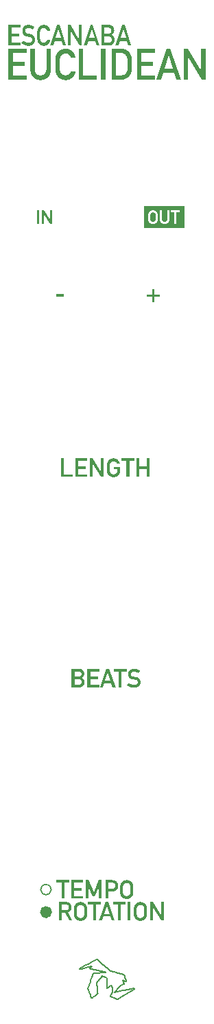
<source format=gbr>
%TF.GenerationSoftware,KiCad,Pcbnew,7.0.2-0*%
%TF.CreationDate,2023-06-28T16:36:39-04:00*%
%TF.ProjectId,Escanaba Euclidean Panel,45736361-6e61-4626-9120-4575636c6964,rev?*%
%TF.SameCoordinates,Original*%
%TF.FileFunction,Legend,Top*%
%TF.FilePolarity,Positive*%
%FSLAX46Y46*%
G04 Gerber Fmt 4.6, Leading zero omitted, Abs format (unit mm)*
G04 Created by KiCad (PCBNEW 7.0.2-0) date 2023-06-28 16:36:39*
%MOMM*%
%LPD*%
G01*
G04 APERTURE LIST*
%ADD10C,0.723920*%
%ADD11C,0.150000*%
%ADD12C,0.127000*%
%ADD13C,0.200000*%
%ADD14C,0.825500*%
G04 APERTURE END LIST*
D10*
X90706458Y-149159074D02*
G75*
G03*
X90706458Y-149159074I-361960J0D01*
G01*
D11*
X90985265Y-146383379D02*
G75*
G03*
X90985265Y-146383379I-648920J0D01*
G01*
D12*
X96607958Y-154979949D02*
X96611809Y-154980212D01*
X96615630Y-154980691D01*
X96619370Y-154981384D01*
X96622977Y-154982285D01*
X96626403Y-154983393D01*
X96629596Y-154984702D01*
X96632506Y-154986208D01*
X96633839Y-154987034D01*
X96635083Y-154987908D01*
X96636231Y-154988830D01*
X96637276Y-154989799D01*
X96662959Y-155010868D01*
X96688457Y-155032340D01*
X96739141Y-155076121D01*
X96789825Y-155120398D01*
X96841005Y-155164428D01*
X97023568Y-155320533D01*
X97317255Y-155574531D01*
X97499817Y-155733276D01*
X97685026Y-155892028D01*
X97708719Y-155911001D01*
X97732196Y-155930189D01*
X97778622Y-155969091D01*
X97824552Y-156008488D01*
X97870234Y-156048133D01*
X98055442Y-156206886D01*
X98238005Y-156365638D01*
X98248546Y-156374322D01*
X98259332Y-156382525D01*
X98270358Y-156390263D01*
X98281620Y-156397552D01*
X98293115Y-156404407D01*
X98304839Y-156410843D01*
X98316787Y-156416876D01*
X98328956Y-156422522D01*
X98341342Y-156427796D01*
X98353942Y-156432713D01*
X98366750Y-156437289D01*
X98379764Y-156441539D01*
X98392980Y-156445480D01*
X98406393Y-156449126D01*
X98420000Y-156452493D01*
X98433797Y-156455596D01*
X98446695Y-156458256D01*
X98459594Y-156461250D01*
X98485390Y-156468082D01*
X98511187Y-156475782D01*
X98536984Y-156484040D01*
X98588578Y-156500989D01*
X98614375Y-156509060D01*
X98640171Y-156516448D01*
X98660888Y-156522175D01*
X98681388Y-156527530D01*
X98721861Y-156537619D01*
X98761839Y-156547707D01*
X98781719Y-156553060D01*
X98801567Y-156558784D01*
X98932536Y-156598145D01*
X98998021Y-156617206D01*
X99063506Y-156635520D01*
X99117497Y-156649033D01*
X99171985Y-156662303D01*
X99226472Y-156676071D01*
X99253561Y-156683373D01*
X99280464Y-156691078D01*
X99306260Y-156698254D01*
X99332057Y-156705835D01*
X99383651Y-156721835D01*
X99486839Y-156754577D01*
X99645588Y-156796913D01*
X99712602Y-156815226D01*
X99778872Y-156834284D01*
X99910171Y-156873641D01*
X99912682Y-156874602D01*
X99915251Y-156875500D01*
X99917874Y-156876337D01*
X99920548Y-156877112D01*
X99923268Y-156877824D01*
X99926030Y-156878475D01*
X99928832Y-156879064D01*
X99931668Y-156879591D01*
X99934535Y-156880056D01*
X99937430Y-156880459D01*
X99940348Y-156880801D01*
X99943285Y-156881080D01*
X99949202Y-156881452D01*
X99955150Y-156881576D01*
X99962354Y-156882744D01*
X99969097Y-156884254D01*
X99975396Y-156886091D01*
X99981272Y-156888239D01*
X99986743Y-156890683D01*
X99991828Y-156893409D01*
X99996545Y-156896401D01*
X100000914Y-156899645D01*
X100004954Y-156903125D01*
X100008683Y-156906826D01*
X100012121Y-156910734D01*
X100015286Y-156914833D01*
X100018197Y-156919109D01*
X100020873Y-156923545D01*
X100025595Y-156932843D01*
X100029605Y-156942605D01*
X100033052Y-156952712D01*
X100036089Y-156963044D01*
X100038866Y-156973480D01*
X100044246Y-156994186D01*
X100047150Y-157004216D01*
X100050400Y-157013870D01*
X100067763Y-157063480D01*
X100084135Y-157113090D01*
X100099514Y-157162700D01*
X100113901Y-157212310D01*
X100172109Y-157416030D01*
X100182486Y-157448236D01*
X100193606Y-157481184D01*
X100217088Y-157548324D01*
X100221273Y-157561343D01*
X100225769Y-157574577D01*
X100234947Y-157601572D01*
X100239257Y-157615271D01*
X100243132Y-157629064D01*
X100244850Y-157635985D01*
X100246388Y-157642919D01*
X100247725Y-157649861D01*
X100248838Y-157656806D01*
X100249032Y-157658069D01*
X100249123Y-157659375D01*
X100249113Y-157660721D01*
X100249008Y-157662103D01*
X100248812Y-157663518D01*
X100248530Y-157664963D01*
X100248165Y-157666433D01*
X100247721Y-157667927D01*
X100246619Y-157670969D01*
X100245256Y-157674061D01*
X100243669Y-157677176D01*
X100241892Y-157680288D01*
X100239960Y-157683368D01*
X100237908Y-157686391D01*
X100235770Y-157689328D01*
X100233583Y-157692154D01*
X100231379Y-157694839D01*
X100229195Y-157697359D01*
X100227065Y-157699684D01*
X100225025Y-157701789D01*
X100222921Y-157703244D01*
X100220601Y-157704625D01*
X100218095Y-157705921D01*
X100215434Y-157707120D01*
X100212648Y-157708210D01*
X100209770Y-157709181D01*
X100206830Y-157710019D01*
X100203858Y-157710715D01*
X100200887Y-157711255D01*
X100197947Y-157711629D01*
X100195068Y-157711824D01*
X100192283Y-157711830D01*
X100189622Y-157711635D01*
X100187115Y-157711226D01*
X100185930Y-157710939D01*
X100184795Y-157710593D01*
X100183714Y-157710189D01*
X100182692Y-157709724D01*
X100112784Y-157681488D01*
X100042132Y-157652508D01*
X99899588Y-157593307D01*
X99822858Y-157561561D01*
X99804338Y-157561561D01*
X99804309Y-157562612D01*
X99804229Y-157563771D01*
X99803966Y-157566354D01*
X99803640Y-157569185D01*
X99803346Y-157572140D01*
X99803239Y-157573626D01*
X99803175Y-157575096D01*
X99803166Y-157576535D01*
X99803222Y-157577928D01*
X99803355Y-157579259D01*
X99803578Y-157580512D01*
X99803727Y-157581105D01*
X99803902Y-157581673D01*
X99804105Y-157582213D01*
X99804338Y-157582725D01*
X99875113Y-157735846D01*
X99911494Y-157811542D01*
X99930366Y-157849283D01*
X99949858Y-157886993D01*
X99967237Y-157920171D01*
X99973955Y-157933725D01*
X99979252Y-157945569D01*
X99981341Y-157950924D01*
X99983044Y-157955940D01*
X99984351Y-157960648D01*
X99985251Y-157965076D01*
X99985735Y-157969254D01*
X99985792Y-157973211D01*
X99985412Y-157976978D01*
X99984584Y-157980584D01*
X99983300Y-157984057D01*
X99981548Y-157987429D01*
X99979318Y-157990727D01*
X99976600Y-157993983D01*
X99973385Y-157997225D01*
X99969661Y-158000483D01*
X99965419Y-158003787D01*
X99960648Y-158007165D01*
X99949480Y-158014266D01*
X99936076Y-158022022D01*
X99902233Y-158040443D01*
X99584732Y-158204490D01*
X99558647Y-158216517D01*
X99545619Y-158222764D01*
X99532809Y-158229290D01*
X99526533Y-158232687D01*
X99520370Y-158236189D01*
X99514339Y-158239807D01*
X99508459Y-158243553D01*
X99502749Y-158247438D01*
X99497230Y-158251474D01*
X99491919Y-158255674D01*
X99486838Y-158260047D01*
X99479486Y-158267550D01*
X99472301Y-158275165D01*
X99458353Y-158290685D01*
X99444840Y-158306514D01*
X99431606Y-158322560D01*
X99405354Y-158354928D01*
X99392027Y-158371065D01*
X99378358Y-158387046D01*
X99377870Y-158387310D01*
X99377396Y-158387604D01*
X99376937Y-158387926D01*
X99376493Y-158388274D01*
X99375643Y-158389044D01*
X99374844Y-158389904D01*
X99374091Y-158390840D01*
X99373381Y-158391842D01*
X99372710Y-158392899D01*
X99372074Y-158393998D01*
X99371469Y-158395127D01*
X99370890Y-158396276D01*
X99369800Y-158398585D01*
X99368772Y-158400832D01*
X99367774Y-158402923D01*
X99332097Y-158440663D01*
X99296668Y-158478653D01*
X99279124Y-158497820D01*
X99261735Y-158517143D01*
X99244532Y-158536653D01*
X99227546Y-158556381D01*
X98960317Y-158863296D01*
X98849193Y-159000877D01*
X98848231Y-159001899D01*
X98847327Y-159002979D01*
X98846478Y-159004113D01*
X98845679Y-159005298D01*
X98844926Y-159006530D01*
X98844216Y-159007805D01*
X98843545Y-159009118D01*
X98842909Y-159010466D01*
X98842303Y-159011845D01*
X98841725Y-159013252D01*
X98840635Y-159016130D01*
X98839606Y-159019070D01*
X98838609Y-159022041D01*
X98862421Y-159022041D01*
X99044983Y-158984992D01*
X99216963Y-158947952D01*
X99296338Y-158932075D01*
X99362691Y-158918223D01*
X99430284Y-158904621D01*
X99498372Y-158891516D01*
X99566213Y-158879157D01*
X99743484Y-158850051D01*
X99918108Y-158813011D01*
X99938071Y-158809156D01*
X99958251Y-158805488D01*
X99999137Y-158798461D01*
X100040520Y-158791435D01*
X100082150Y-158783912D01*
X100103983Y-158779714D01*
X100125847Y-158775144D01*
X100169792Y-158765385D01*
X100214234Y-158755628D01*
X100236718Y-158751059D01*
X100259420Y-158746864D01*
X100431400Y-158717765D01*
X100453109Y-158713676D01*
X100474601Y-158709369D01*
X100517059Y-158700231D01*
X100559020Y-158690598D01*
X100600733Y-158680717D01*
X100644059Y-158672781D01*
X100665101Y-158668811D01*
X100685399Y-158664840D01*
X100949983Y-158614570D01*
X101124607Y-158585471D01*
X101126592Y-158585411D01*
X101128576Y-158585239D01*
X101130560Y-158584966D01*
X101132545Y-158584604D01*
X101134529Y-158584164D01*
X101136514Y-158583659D01*
X101140482Y-158582497D01*
X101148420Y-158579894D01*
X101152389Y-158578638D01*
X101154373Y-158578062D01*
X101156357Y-158577537D01*
X101159318Y-158576599D01*
X101162248Y-158575769D01*
X101165145Y-158575049D01*
X101168010Y-158574440D01*
X101170843Y-158573940D01*
X101173641Y-158573552D01*
X101176406Y-158573275D01*
X101179136Y-158573111D01*
X101181832Y-158573058D01*
X101184492Y-158573119D01*
X101187116Y-158573293D01*
X101189704Y-158573581D01*
X101192255Y-158573983D01*
X101194769Y-158574500D01*
X101197245Y-158575132D01*
X101199683Y-158575880D01*
X101202082Y-158576745D01*
X101204442Y-158577726D01*
X101206762Y-158578825D01*
X101209042Y-158580041D01*
X101211281Y-158581375D01*
X101213479Y-158582829D01*
X101215635Y-158584401D01*
X101217749Y-158586093D01*
X101219821Y-158587905D01*
X101221849Y-158589838D01*
X101223834Y-158591892D01*
X101225775Y-158594068D01*
X101227671Y-158596365D01*
X101229522Y-158598786D01*
X101231327Y-158601329D01*
X101233087Y-158603996D01*
X101235741Y-158609283D01*
X101237370Y-158611988D01*
X101238788Y-158614646D01*
X101240002Y-158617258D01*
X101241017Y-158619823D01*
X101241841Y-158622342D01*
X101242479Y-158624815D01*
X101242938Y-158627241D01*
X101243224Y-158629620D01*
X101243343Y-158631953D01*
X101243302Y-158634240D01*
X101243107Y-158636480D01*
X101242764Y-158638674D01*
X101242280Y-158640821D01*
X101241660Y-158642922D01*
X101240912Y-158644976D01*
X101240041Y-158646983D01*
X101239053Y-158648945D01*
X101237956Y-158650859D01*
X101236755Y-158652728D01*
X101235457Y-158654549D01*
X101234068Y-158656325D01*
X101232593Y-158658053D01*
X101231041Y-158659736D01*
X101229416Y-158661371D01*
X101225975Y-158664503D01*
X101222321Y-158667449D01*
X101218504Y-158670209D01*
X101214574Y-158672782D01*
X101155084Y-158706556D01*
X101095842Y-158740580D01*
X101037097Y-158775100D01*
X100979095Y-158810363D01*
X100751553Y-158947944D01*
X100561053Y-159059066D01*
X100503093Y-159093257D01*
X100444636Y-159128190D01*
X100386180Y-159163619D01*
X100328220Y-159199294D01*
X100229332Y-159254862D01*
X100180508Y-159282644D01*
X100132428Y-159310424D01*
X100026594Y-159376571D01*
X99748782Y-159540611D01*
X99576802Y-159641158D01*
X99514831Y-159678861D01*
X99452117Y-159716564D01*
X99325447Y-159791969D01*
X99245411Y-159842243D01*
X99224937Y-159854345D01*
X99214587Y-159860114D01*
X99204153Y-159865641D01*
X99193625Y-159870890D01*
X99182996Y-159875821D01*
X99172259Y-159880395D01*
X99161406Y-159884574D01*
X99158639Y-159885475D01*
X99155799Y-159886197D01*
X99152889Y-159886748D01*
X99149913Y-159887134D01*
X99143779Y-159887443D01*
X99137428Y-159887182D01*
X99130891Y-159886409D01*
X99124199Y-159885182D01*
X99117383Y-159883560D01*
X99110473Y-159881601D01*
X99103502Y-159879362D01*
X99096500Y-159876903D01*
X99082527Y-159871554D01*
X99055572Y-159860763D01*
X98989674Y-159836497D01*
X98923281Y-159811486D01*
X98856887Y-159785978D01*
X98790989Y-159760223D01*
X98737824Y-159739923D01*
X98685156Y-159718877D01*
X98579322Y-159675552D01*
X98448354Y-159624289D01*
X98382869Y-159599277D01*
X98317384Y-159575012D01*
X98314455Y-159573957D01*
X98311621Y-159572783D01*
X98308886Y-159571493D01*
X98306253Y-159570090D01*
X98303725Y-159568579D01*
X98301304Y-159566963D01*
X98298993Y-159565247D01*
X98296796Y-159563433D01*
X98294716Y-159561527D01*
X98292754Y-159559531D01*
X98290915Y-159557451D01*
X98289200Y-159555289D01*
X98287613Y-159553049D01*
X98286158Y-159550736D01*
X98284836Y-159548353D01*
X98283650Y-159545904D01*
X98282604Y-159543394D01*
X98281701Y-159540825D01*
X98280942Y-159538202D01*
X98280332Y-159535529D01*
X98279874Y-159532809D01*
X98279569Y-159530046D01*
X98279421Y-159527245D01*
X98279433Y-159524409D01*
X98279608Y-159521542D01*
X98279949Y-159518648D01*
X98280458Y-159515730D01*
X98281139Y-159512794D01*
X98281994Y-159509841D01*
X98283026Y-159506877D01*
X98284239Y-159503906D01*
X98285634Y-159500930D01*
X98360711Y-159347469D01*
X98397628Y-159270988D01*
X98433802Y-159194007D01*
X98534344Y-158974410D01*
X98537407Y-158967989D01*
X98540617Y-158961619D01*
X98547325Y-158948983D01*
X98554156Y-158936410D01*
X98560801Y-158923806D01*
X98563957Y-158917463D01*
X98566951Y-158911077D01*
X98569743Y-158904637D01*
X98572294Y-158898132D01*
X98574567Y-158891548D01*
X98576521Y-158884875D01*
X98578119Y-158878102D01*
X98579322Y-158871215D01*
X98580133Y-158864736D01*
X98580599Y-158858199D01*
X98580747Y-158851607D01*
X98580604Y-158844965D01*
X98580198Y-158838277D01*
X98579555Y-158831545D01*
X98578703Y-158824775D01*
X98577669Y-158817971D01*
X98575162Y-158804272D01*
X98572253Y-158790480D01*
X98566094Y-158762740D01*
X98565012Y-158756290D01*
X98563768Y-158749836D01*
X98560885Y-158736901D01*
X98557629Y-158723905D01*
X98554187Y-158710816D01*
X98550745Y-158697603D01*
X98547490Y-158684234D01*
X98544606Y-158670679D01*
X98543362Y-158663822D01*
X98542281Y-158656906D01*
X98530044Y-158556362D01*
X98523306Y-158505841D01*
X98515823Y-158455818D01*
X98507431Y-158408610D01*
X98498294Y-158361895D01*
X98478781Y-158267967D01*
X98468198Y-158196533D01*
X98467160Y-158192778D01*
X98466035Y-158189438D01*
X98464829Y-158186497D01*
X98463547Y-158183934D01*
X98462195Y-158181731D01*
X98460780Y-158179871D01*
X98459306Y-158178334D01*
X98457780Y-158177103D01*
X98456207Y-158176158D01*
X98454594Y-158175482D01*
X98452946Y-158175056D01*
X98451269Y-158174861D01*
X98449568Y-158174880D01*
X98447850Y-158175093D01*
X98446121Y-158175483D01*
X98444385Y-158176030D01*
X98442650Y-158176718D01*
X98440921Y-158177526D01*
X98439203Y-158178437D01*
X98437502Y-158179432D01*
X98434177Y-158181602D01*
X98430991Y-158183888D01*
X98425224Y-158188218D01*
X98422735Y-158189968D01*
X98420573Y-158191245D01*
X98319783Y-158257188D01*
X98219489Y-158323872D01*
X98018406Y-158458473D01*
X98005394Y-158467283D01*
X97992196Y-158475877D01*
X97978874Y-158484286D01*
X97965489Y-158492539D01*
X97912572Y-158524619D01*
X97910047Y-158526218D01*
X97907440Y-158527544D01*
X97904760Y-158528606D01*
X97902020Y-158529411D01*
X97899229Y-158529966D01*
X97896399Y-158530278D01*
X97893540Y-158530355D01*
X97890662Y-158530203D01*
X97887776Y-158529831D01*
X97884893Y-158529245D01*
X97882024Y-158528452D01*
X97879179Y-158527460D01*
X97876369Y-158526277D01*
X97873605Y-158524909D01*
X97870896Y-158523363D01*
X97868255Y-158521648D01*
X97865691Y-158519769D01*
X97863215Y-158517736D01*
X97860838Y-158515553D01*
X97858571Y-158513230D01*
X97856423Y-158510773D01*
X97854407Y-158508190D01*
X97852532Y-158505487D01*
X97850809Y-158502673D01*
X97849249Y-158499753D01*
X97847862Y-158496736D01*
X97846659Y-158493630D01*
X97845652Y-158490440D01*
X97844849Y-158487174D01*
X97844263Y-158483840D01*
X97843903Y-158480446D01*
X97843781Y-158476997D01*
X97843781Y-158207130D01*
X97849403Y-157918735D01*
X97857010Y-157630340D01*
X97864617Y-157483494D01*
X97867800Y-157410074D01*
X97870239Y-157336654D01*
X97870208Y-157335639D01*
X97870117Y-157334581D01*
X97869968Y-157333484D01*
X97869763Y-157332353D01*
X97869192Y-157330001D01*
X97868420Y-157327556D01*
X97867461Y-157325049D01*
X97866332Y-157322512D01*
X97865048Y-157319974D01*
X97863624Y-157317468D01*
X97862077Y-157315024D01*
X97860420Y-157312672D01*
X97858671Y-157310445D01*
X97856844Y-157308373D01*
X97854955Y-157306487D01*
X97853993Y-157305623D01*
X97853020Y-157304817D01*
X97852040Y-157304073D01*
X97851054Y-157303396D01*
X97850064Y-157302788D01*
X97849072Y-157302253D01*
X97713804Y-157231149D01*
X97645550Y-157196216D01*
X97576552Y-157162025D01*
X97518136Y-157134286D01*
X97458481Y-157106795D01*
X97398329Y-157079800D01*
X97338426Y-157053550D01*
X97335887Y-157052648D01*
X97333248Y-157051929D01*
X97330531Y-157051388D01*
X97327759Y-157051022D01*
X97324957Y-157050827D01*
X97322147Y-157050799D01*
X97319353Y-157050933D01*
X97316597Y-157051227D01*
X97313903Y-157051676D01*
X97311295Y-157052276D01*
X97308795Y-157053024D01*
X97306427Y-157053915D01*
X97304214Y-157054946D01*
X97302180Y-157056112D01*
X97301236Y-157056745D01*
X97300346Y-157057411D01*
X97299513Y-157058108D01*
X97298738Y-157058837D01*
X97079133Y-157304893D01*
X96965694Y-157430575D01*
X96909842Y-157493166D01*
X96854238Y-157556251D01*
X96832301Y-157581821D01*
X96810210Y-157607019D01*
X96765933Y-157656795D01*
X96722153Y-157706570D01*
X96700682Y-157731769D01*
X96679613Y-157757339D01*
X96669175Y-157770357D01*
X96658116Y-157783592D01*
X96647058Y-157797012D01*
X96641722Y-157803782D01*
X96636619Y-157810587D01*
X96631826Y-157817423D01*
X96627420Y-157824286D01*
X96623480Y-157831173D01*
X96620082Y-157838079D01*
X96618611Y-157841538D01*
X96617305Y-157845000D01*
X96616173Y-157848466D01*
X96615225Y-157851934D01*
X96614470Y-157855404D01*
X96613920Y-157858875D01*
X96613582Y-157862348D01*
X96613468Y-157865821D01*
X96613292Y-157905509D01*
X96614543Y-157945197D01*
X96616909Y-157984886D01*
X96620082Y-158024574D01*
X96627606Y-158103950D01*
X96631337Y-158143638D01*
X96634634Y-158183326D01*
X96635745Y-158200080D01*
X96637073Y-158216647D01*
X96640257Y-158249469D01*
X96643936Y-158282291D01*
X96647864Y-158315612D01*
X96674322Y-158633117D01*
X96678249Y-158666439D01*
X96681929Y-158699264D01*
X96685112Y-158732088D01*
X96686439Y-158748656D01*
X96687550Y-158765411D01*
X96714009Y-159082916D01*
X96727237Y-159138473D01*
X96728091Y-159143846D01*
X96728674Y-159149053D01*
X96728993Y-159154099D01*
X96729056Y-159158989D01*
X96728872Y-159163729D01*
X96728447Y-159168321D01*
X96727789Y-159172772D01*
X96726907Y-159177087D01*
X96725807Y-159181270D01*
X96724499Y-159185325D01*
X96722988Y-159189259D01*
X96721284Y-159193075D01*
X96719394Y-159196779D01*
X96717326Y-159200376D01*
X96715087Y-159203869D01*
X96712685Y-159207265D01*
X96710129Y-159210568D01*
X96707425Y-159213783D01*
X96701606Y-159219967D01*
X96695291Y-159225856D01*
X96688542Y-159231490D01*
X96681421Y-159236906D01*
X96673990Y-159242145D01*
X96666311Y-159247244D01*
X96658446Y-159252242D01*
X96653049Y-159255746D01*
X96647769Y-159259308D01*
X96642598Y-159262924D01*
X96637527Y-159266590D01*
X96627657Y-159274059D01*
X96618097Y-159281682D01*
X96608785Y-159289429D01*
X96599659Y-159297269D01*
X96581717Y-159313102D01*
X96393863Y-159471855D01*
X96329908Y-159523448D01*
X96265209Y-159575038D01*
X96134571Y-159678222D01*
X96052550Y-159749664D01*
X96049822Y-159752059D01*
X96047095Y-159754284D01*
X96044373Y-159756338D01*
X96041656Y-159758221D01*
X96038947Y-159759934D01*
X96036248Y-159761477D01*
X96033561Y-159762849D01*
X96030887Y-159764050D01*
X96028228Y-159765081D01*
X96025588Y-159765942D01*
X96022966Y-159766631D01*
X96020366Y-159767151D01*
X96017789Y-159767499D01*
X96015237Y-159767677D01*
X96012712Y-159767685D01*
X96010216Y-159767522D01*
X96007752Y-159767189D01*
X96005320Y-159766685D01*
X96002923Y-159766010D01*
X96000563Y-159765165D01*
X95998242Y-159764149D01*
X95995961Y-159762963D01*
X95993724Y-159761607D01*
X95991530Y-159760079D01*
X95989383Y-159758381D01*
X95987285Y-159756513D01*
X95985237Y-159754474D01*
X95983241Y-159752265D01*
X95981300Y-159749885D01*
X95979415Y-159747334D01*
X95977588Y-159744613D01*
X95975821Y-159741721D01*
X95953662Y-159701537D01*
X95931503Y-159660361D01*
X95920734Y-159639401D01*
X95910336Y-159618193D01*
X95900435Y-159596737D01*
X95891154Y-159575034D01*
X95874633Y-159535112D01*
X95858701Y-159494788D01*
X95827984Y-159413305D01*
X95797764Y-159331327D01*
X95766799Y-159249595D01*
X95700653Y-159090843D01*
X95677255Y-159031266D01*
X95654352Y-158971444D01*
X95608050Y-158850067D01*
X95585477Y-158792521D01*
X95562409Y-158734977D01*
X95551154Y-158706205D01*
X95540333Y-158677433D01*
X95530132Y-158648661D01*
X95520737Y-158619888D01*
X95520062Y-158617881D01*
X95519520Y-158615830D01*
X95519106Y-158613737D01*
X95518815Y-158611604D01*
X95518639Y-158609435D01*
X95518574Y-158607232D01*
X95518753Y-158602731D01*
X95519303Y-158598122D01*
X95520179Y-158593423D01*
X95521334Y-158588655D01*
X95522721Y-158583836D01*
X95524295Y-158578986D01*
X95526008Y-158574125D01*
X95529667Y-158564444D01*
X95533325Y-158554951D01*
X95536612Y-158545799D01*
X95637153Y-158257408D01*
X95661421Y-158186382D01*
X95686432Y-158115853D01*
X95737695Y-157974304D01*
X95806486Y-157765273D01*
X95877924Y-157556251D01*
X95952007Y-157341941D01*
X95987726Y-157236437D01*
X96023445Y-157132919D01*
X96059494Y-157021796D01*
X96078139Y-156966232D01*
X96097528Y-156910667D01*
X96111460Y-156870980D01*
X96125640Y-156831294D01*
X96140316Y-156791609D01*
X96155736Y-156751922D01*
X96156879Y-156749415D01*
X96158305Y-156746873D01*
X96159986Y-156744323D01*
X96161896Y-156741793D01*
X96164008Y-156739309D01*
X96166294Y-156736899D01*
X96168727Y-156734589D01*
X96171281Y-156732408D01*
X96173927Y-156730381D01*
X96176639Y-156728537D01*
X96179391Y-156726902D01*
X96182153Y-156725503D01*
X96184901Y-156724368D01*
X96186260Y-156723908D01*
X96187605Y-156723524D01*
X96188933Y-156723219D01*
X96190240Y-156722997D01*
X96191523Y-156722862D01*
X96192778Y-156722816D01*
X96209531Y-156719964D01*
X96226099Y-156717361D01*
X96242542Y-156715006D01*
X96258924Y-156712899D01*
X96275305Y-156711039D01*
X96291749Y-156709427D01*
X96308316Y-156708063D01*
X96325070Y-156706947D01*
X96481174Y-156694706D01*
X96559474Y-156687966D01*
X96637278Y-156680480D01*
X96891278Y-156654022D01*
X97166444Y-156627563D01*
X97409861Y-156601104D01*
X97543475Y-156588868D01*
X97610034Y-156582128D01*
X97677089Y-156574645D01*
X97677585Y-156574623D01*
X97678081Y-156574556D01*
X97678577Y-156574447D01*
X97679074Y-156574299D01*
X97679570Y-156574114D01*
X97680066Y-156573895D01*
X97680562Y-156573644D01*
X97681058Y-156573363D01*
X97682050Y-156572723D01*
X97683043Y-156571993D01*
X97684035Y-156571193D01*
X97685027Y-156570343D01*
X97687011Y-156568570D01*
X97688996Y-156566827D01*
X97689988Y-156566016D01*
X97690980Y-156565271D01*
X97691973Y-156564611D01*
X97692469Y-156564319D01*
X97692965Y-156564056D01*
X97691973Y-156563530D01*
X97690980Y-156562955D01*
X97689988Y-156562340D01*
X97688996Y-156561699D01*
X97687011Y-156560382D01*
X97685027Y-156559096D01*
X97684035Y-156558493D01*
X97683043Y-156557934D01*
X97682050Y-156557428D01*
X97681058Y-156556989D01*
X97680066Y-156556627D01*
X97679570Y-156556478D01*
X97679074Y-156556354D01*
X97678577Y-156556254D01*
X97678081Y-156556181D01*
X97677585Y-156556136D01*
X97677089Y-156556121D01*
X97603667Y-156538717D01*
X97530245Y-156522055D01*
X97383401Y-156489974D01*
X97343755Y-156482455D01*
X97304357Y-156475428D01*
X97265455Y-156468400D01*
X97246268Y-156464731D01*
X97227297Y-156460876D01*
X97028860Y-156410606D01*
X97010882Y-156406751D01*
X96992687Y-156403083D01*
X96955769Y-156396056D01*
X96918355Y-156389027D01*
X96880693Y-156381500D01*
X96860968Y-156377418D01*
X96841460Y-156373149D01*
X96802971Y-156364303D01*
X96764978Y-156355456D01*
X96727234Y-156347106D01*
X96584359Y-156315360D01*
X96544258Y-156305475D01*
X96503661Y-156295841D01*
X96463064Y-156286704D01*
X96422963Y-156278312D01*
X96288026Y-156249214D01*
X96268183Y-156245124D01*
X96248339Y-156240818D01*
X96208651Y-156231679D01*
X96168964Y-156222046D01*
X96129277Y-156212165D01*
X95978464Y-156183067D01*
X95883213Y-156162889D01*
X95835588Y-156152183D01*
X95787963Y-156140731D01*
X95784336Y-156139640D01*
X95780895Y-156138357D01*
X95777643Y-156136892D01*
X95774579Y-156135254D01*
X95771706Y-156133454D01*
X95769023Y-156131500D01*
X95766532Y-156129403D01*
X95764234Y-156127173D01*
X95762129Y-156124818D01*
X95760220Y-156122349D01*
X95758506Y-156119776D01*
X95756989Y-156117107D01*
X95755669Y-156114353D01*
X95754548Y-156111524D01*
X95753627Y-156108628D01*
X95752906Y-156105677D01*
X95752387Y-156102679D01*
X95752070Y-156099644D01*
X95751957Y-156096582D01*
X95752049Y-156093503D01*
X95752345Y-156090416D01*
X95752848Y-156087330D01*
X95753559Y-156084257D01*
X95754477Y-156081204D01*
X95755605Y-156078183D01*
X95756944Y-156075202D01*
X95758493Y-156072272D01*
X95760255Y-156069402D01*
X95762230Y-156066601D01*
X95764419Y-156063880D01*
X95766823Y-156061248D01*
X95769443Y-156058715D01*
X95975817Y-155878799D01*
X95977741Y-155877249D01*
X95979553Y-155875583D01*
X95981265Y-155873809D01*
X95982887Y-155871933D01*
X95984431Y-155869965D01*
X95985910Y-155867912D01*
X95987334Y-155865781D01*
X95988716Y-155863581D01*
X95999630Y-155844398D01*
X95993677Y-155844289D01*
X95987724Y-155844026D01*
X95975818Y-155843405D01*
X95969864Y-155843234D01*
X95966888Y-155843225D01*
X95963911Y-155843281D01*
X95960935Y-155843415D01*
X95957958Y-155843638D01*
X95954981Y-155843962D01*
X95952005Y-155844398D01*
X95922126Y-155851575D01*
X95892060Y-155859155D01*
X95831620Y-155875155D01*
X95711234Y-155907897D01*
X95665594Y-155921334D01*
X95619954Y-155934025D01*
X95528673Y-155958167D01*
X95354047Y-156000503D01*
X95308406Y-156013940D01*
X95262765Y-156026631D01*
X95171484Y-156050773D01*
X95080203Y-156070951D01*
X95034562Y-156081657D01*
X94988922Y-156093109D01*
X94947250Y-156103489D01*
X94905578Y-156114610D01*
X94863906Y-156126226D01*
X94822235Y-156138091D01*
X94806241Y-156142936D01*
X94790030Y-156147562D01*
X94773633Y-156152001D01*
X94757081Y-156156284D01*
X94723636Y-156164508D01*
X94689943Y-156172485D01*
X94673960Y-156176130D01*
X94657821Y-156179309D01*
X94625451Y-156185386D01*
X94609405Y-156188843D01*
X94601458Y-156190798D01*
X94593577Y-156192951D01*
X94585773Y-156195337D01*
X94578058Y-156197990D01*
X94570444Y-156200945D01*
X94562943Y-156204238D01*
X94559516Y-156205875D01*
X94556181Y-156207314D01*
X94552935Y-156208561D01*
X94549776Y-156209619D01*
X94546702Y-156210493D01*
X94543711Y-156211187D01*
X94540802Y-156211706D01*
X94537973Y-156212053D01*
X94535221Y-156212234D01*
X94532544Y-156212253D01*
X94529941Y-156212114D01*
X94527410Y-156211821D01*
X94524949Y-156211379D01*
X94522555Y-156210792D01*
X94520227Y-156210065D01*
X94517964Y-156209201D01*
X94515762Y-156208206D01*
X94513620Y-156207083D01*
X94511537Y-156205837D01*
X94509509Y-156204473D01*
X94507536Y-156202994D01*
X94505616Y-156201405D01*
X94503745Y-156199710D01*
X94501923Y-156197915D01*
X94500148Y-156196022D01*
X94498417Y-156194037D01*
X94495081Y-156189806D01*
X94491901Y-156185258D01*
X94488860Y-156180427D01*
X94487479Y-156177722D01*
X94486309Y-156175064D01*
X94485343Y-156172452D01*
X94484576Y-156169887D01*
X94484000Y-156167368D01*
X94483610Y-156164895D01*
X94483399Y-156162469D01*
X94483361Y-156160090D01*
X94483490Y-156157757D01*
X94483779Y-156155470D01*
X94484222Y-156153230D01*
X94484813Y-156151036D01*
X94485546Y-156148889D01*
X94486413Y-156146788D01*
X94487410Y-156144734D01*
X94488529Y-156142726D01*
X94489764Y-156140765D01*
X94491110Y-156138850D01*
X94492559Y-156136982D01*
X94494105Y-156135160D01*
X94495742Y-156133385D01*
X94497464Y-156131656D01*
X94501138Y-156128338D01*
X94505075Y-156125207D01*
X94509225Y-156122261D01*
X94513538Y-156119501D01*
X94517964Y-156116927D01*
X94846047Y-155942306D01*
X95258797Y-155717407D01*
X95544547Y-155558654D01*
X95957297Y-155331115D01*
X96024311Y-155294984D01*
X96090581Y-155258357D01*
X96221880Y-155185600D01*
X96403119Y-155084063D01*
X96584359Y-154984512D01*
X96585644Y-154983799D01*
X96587017Y-154983147D01*
X96588470Y-154982557D01*
X96589997Y-154982027D01*
X96593248Y-154981146D01*
X96596720Y-154980502D01*
X96600362Y-154980091D01*
X96604125Y-154979908D01*
X96607958Y-154979949D01*
D13*
G36*
X92194658Y-95513454D02*
G01*
X93649689Y-95513454D01*
X93649689Y-95195200D01*
X92540270Y-95195200D01*
X92540270Y-93226496D01*
X92194658Y-93226496D01*
X92194658Y-95513454D01*
G37*
G36*
X93974643Y-95513454D02*
G01*
X95429675Y-95513454D01*
X95429675Y-95195200D01*
X94320255Y-95195200D01*
X94320255Y-94509560D01*
X95267198Y-94509560D01*
X95267198Y-94194656D01*
X94320255Y-94194656D01*
X94320255Y-93544750D01*
X95429675Y-93544750D01*
X95429675Y-93226496D01*
X93974643Y-93226496D01*
X93974643Y-95513454D01*
G37*
G36*
X95754628Y-95513454D02*
G01*
X96100240Y-95513454D01*
X96100240Y-93890920D01*
X96106382Y-93890920D01*
X97135959Y-95513454D01*
X97462588Y-95513454D01*
X97462588Y-93226496D01*
X97117534Y-93226496D01*
X97117534Y-94851822D01*
X97111392Y-94851822D01*
X96079581Y-93226496D01*
X95754628Y-93226496D01*
X95754628Y-95513454D01*
G37*
G36*
X98682559Y-94581027D02*
G01*
X99146538Y-94581027D01*
X99146538Y-94702187D01*
X99145620Y-94729214D01*
X99143703Y-94755578D01*
X99140787Y-94781279D01*
X99136872Y-94806317D01*
X99131958Y-94830692D01*
X99126046Y-94854404D01*
X99119134Y-94877453D01*
X99111223Y-94899839D01*
X99102314Y-94921562D01*
X99092406Y-94942622D01*
X99081498Y-94963018D01*
X99069592Y-94982752D01*
X99056687Y-95001823D01*
X99042783Y-95020231D01*
X99027880Y-95037975D01*
X99011979Y-95055057D01*
X98995303Y-95072028D01*
X98978077Y-95087903D01*
X98960302Y-95102684D01*
X98941977Y-95116370D01*
X98923102Y-95128961D01*
X98903678Y-95140457D01*
X98883705Y-95150858D01*
X98863181Y-95160164D01*
X98842108Y-95168376D01*
X98820486Y-95175493D01*
X98798314Y-95181514D01*
X98775592Y-95186441D01*
X98752320Y-95190273D01*
X98728499Y-95193010D01*
X98704129Y-95194653D01*
X98679209Y-95195200D01*
X98656686Y-95194749D01*
X98627587Y-95192742D01*
X98599552Y-95189130D01*
X98572582Y-95183913D01*
X98546676Y-95177091D01*
X98521834Y-95168664D01*
X98498056Y-95158631D01*
X98475343Y-95146993D01*
X98469831Y-95143833D01*
X98448039Y-95132535D01*
X98427328Y-95120418D01*
X98407699Y-95107480D01*
X98389151Y-95093722D01*
X98371686Y-95079144D01*
X98355302Y-95063746D01*
X98336344Y-95043346D01*
X98325780Y-95030490D01*
X98309736Y-95011629D01*
X98295106Y-94991337D01*
X98281889Y-94969614D01*
X98270086Y-94946460D01*
X98259695Y-94921876D01*
X98250718Y-94895861D01*
X98243154Y-94868415D01*
X98237004Y-94839538D01*
X98232514Y-94815550D01*
X98228465Y-94787763D01*
X98224858Y-94756178D01*
X98222699Y-94733012D01*
X98220736Y-94708157D01*
X98218970Y-94681614D01*
X98217399Y-94653383D01*
X98216025Y-94623464D01*
X98214848Y-94591856D01*
X98213866Y-94558561D01*
X98213081Y-94523578D01*
X98212492Y-94486906D01*
X98212100Y-94448546D01*
X98211903Y-94408499D01*
X98211879Y-94387842D01*
X98211977Y-94346937D01*
X98212271Y-94307694D01*
X98212762Y-94270113D01*
X98213449Y-94234194D01*
X98214332Y-94199937D01*
X98215412Y-94167341D01*
X98216688Y-94136408D01*
X98218160Y-94107137D01*
X98219828Y-94079527D01*
X98221693Y-94053580D01*
X98223754Y-94029294D01*
X98226012Y-94006671D01*
X98229766Y-93975851D01*
X98233961Y-93948771D01*
X98237004Y-93932795D01*
X98243154Y-93904704D01*
X98250718Y-93877939D01*
X98259695Y-93852499D01*
X98270086Y-93828386D01*
X98281889Y-93805599D01*
X98295106Y-93784138D01*
X98309736Y-93764002D01*
X98325780Y-93745193D01*
X98343724Y-93723942D01*
X98359297Y-93707746D01*
X98375951Y-93692265D01*
X98393687Y-93677500D01*
X98412505Y-93663450D01*
X98432404Y-93650115D01*
X98453385Y-93637496D01*
X98469831Y-93628501D01*
X98492278Y-93617979D01*
X98515790Y-93608749D01*
X98540365Y-93600810D01*
X98566005Y-93594163D01*
X98592710Y-93588806D01*
X98620478Y-93584741D01*
X98649311Y-93581966D01*
X98671634Y-93580733D01*
X98679209Y-93580483D01*
X98709859Y-93581877D01*
X98739627Y-93584802D01*
X98768511Y-93589258D01*
X98796512Y-93595244D01*
X98823630Y-93602762D01*
X98849864Y-93611811D01*
X98875215Y-93622392D01*
X98899683Y-93634503D01*
X98923267Y-93648145D01*
X98945968Y-93663318D01*
X98960611Y-93674284D01*
X98980741Y-93692535D01*
X98999673Y-93711482D01*
X99017408Y-93731125D01*
X99033946Y-93751466D01*
X99049286Y-93772504D01*
X99063429Y-93794238D01*
X99076374Y-93816669D01*
X99088122Y-93839797D01*
X99098673Y-93863622D01*
X99108026Y-93888144D01*
X99113596Y-93904878D01*
X99479309Y-93904878D01*
X99471871Y-93869300D01*
X99463239Y-93834449D01*
X99453411Y-93800327D01*
X99442388Y-93766934D01*
X99430170Y-93734269D01*
X99416757Y-93702332D01*
X99402149Y-93671124D01*
X99386345Y-93640644D01*
X99369346Y-93610893D01*
X99351152Y-93581870D01*
X99331763Y-93553576D01*
X99311179Y-93526010D01*
X99289399Y-93499173D01*
X99266424Y-93473064D01*
X99242254Y-93447684D01*
X99216889Y-93423032D01*
X99190449Y-93399625D01*
X99163053Y-93377702D01*
X99134702Y-93357261D01*
X99105396Y-93338304D01*
X99075134Y-93320829D01*
X99043917Y-93304838D01*
X99011745Y-93290330D01*
X98978618Y-93277305D01*
X98944535Y-93265763D01*
X98909497Y-93255704D01*
X98873504Y-93247129D01*
X98836555Y-93240036D01*
X98798652Y-93234427D01*
X98759793Y-93230300D01*
X98719978Y-93227657D01*
X98679209Y-93226496D01*
X98645985Y-93227391D01*
X98613455Y-93229236D01*
X98581619Y-93232032D01*
X98550476Y-93235779D01*
X98520027Y-93240477D01*
X98490272Y-93246125D01*
X98461210Y-93252725D01*
X98432841Y-93260276D01*
X98405167Y-93268777D01*
X98378185Y-93278230D01*
X98351897Y-93288633D01*
X98326303Y-93299988D01*
X98301403Y-93312293D01*
X98277196Y-93325549D01*
X98253682Y-93339756D01*
X98230862Y-93354914D01*
X98208363Y-93370541D01*
X98186649Y-93386434D01*
X98165720Y-93402593D01*
X98145576Y-93419019D01*
X98126217Y-93435710D01*
X98107644Y-93452667D01*
X98089855Y-93469891D01*
X98072852Y-93487380D01*
X98056634Y-93505136D01*
X98041201Y-93523158D01*
X98026554Y-93541445D01*
X98012691Y-93559999D01*
X97999614Y-93578819D01*
X97987322Y-93597905D01*
X97975815Y-93617257D01*
X97965093Y-93636876D01*
X97952661Y-93658485D01*
X97941049Y-93681717D01*
X97930258Y-93706572D01*
X97920286Y-93733050D01*
X97911135Y-93761150D01*
X97904809Y-93783290D01*
X97898945Y-93806342D01*
X97893542Y-93830308D01*
X97888600Y-93855186D01*
X97884409Y-93882732D01*
X97880631Y-93914911D01*
X97878341Y-93938937D01*
X97876234Y-93965022D01*
X97874310Y-93993166D01*
X97872570Y-94023368D01*
X97871013Y-94055630D01*
X97869639Y-94089950D01*
X97868448Y-94126330D01*
X97867440Y-94164768D01*
X97866616Y-94205265D01*
X97865974Y-94247821D01*
X97865516Y-94292436D01*
X97865356Y-94315515D01*
X97865242Y-94339109D01*
X97865173Y-94363218D01*
X97865150Y-94387842D01*
X97865173Y-94412091D01*
X97865242Y-94435844D01*
X97865356Y-94459100D01*
X97865516Y-94481861D01*
X97865974Y-94525893D01*
X97866616Y-94567941D01*
X97867440Y-94608004D01*
X97868448Y-94646082D01*
X97869639Y-94682176D01*
X97871013Y-94716285D01*
X97872570Y-94748409D01*
X97874310Y-94778548D01*
X97876234Y-94806703D01*
X97878341Y-94832873D01*
X97880631Y-94857058D01*
X97883104Y-94879259D01*
X97887158Y-94908838D01*
X97888600Y-94917706D01*
X97892602Y-94940124D01*
X97897837Y-94965406D01*
X97903542Y-94988922D01*
X97909719Y-95010671D01*
X97917521Y-95033812D01*
X97919867Y-95039982D01*
X97928902Y-95060741D01*
X97938417Y-95081982D01*
X97948413Y-95103703D01*
X97958890Y-95125905D01*
X97965093Y-95138808D01*
X97975880Y-95158413D01*
X97987444Y-95177726D01*
X97999784Y-95196747D01*
X98012901Y-95215475D01*
X98026794Y-95233911D01*
X98041463Y-95252055D01*
X98056909Y-95269906D01*
X98073131Y-95287466D01*
X98090130Y-95304733D01*
X98107905Y-95321708D01*
X98126457Y-95338390D01*
X98145785Y-95354780D01*
X98165890Y-95370879D01*
X98186771Y-95386684D01*
X98208428Y-95402198D01*
X98230862Y-95417419D01*
X98253682Y-95432656D01*
X98277196Y-95446959D01*
X98301403Y-95460328D01*
X98326303Y-95472765D01*
X98351897Y-95484267D01*
X98378185Y-95494836D01*
X98405167Y-95504472D01*
X98432841Y-95513174D01*
X98461210Y-95520943D01*
X98490272Y-95527778D01*
X98520027Y-95533680D01*
X98550476Y-95538649D01*
X98581619Y-95542683D01*
X98613455Y-95545785D01*
X98645985Y-95547953D01*
X98679209Y-95549187D01*
X98722362Y-95547538D01*
X98764582Y-95544127D01*
X98805869Y-95538954D01*
X98846222Y-95532018D01*
X98885641Y-95523320D01*
X98924128Y-95512860D01*
X98961680Y-95500638D01*
X98998299Y-95486653D01*
X99033985Y-95470906D01*
X99068737Y-95453397D01*
X99102556Y-95434126D01*
X99135441Y-95413092D01*
X99167393Y-95390296D01*
X99198412Y-95365738D01*
X99228496Y-95339417D01*
X99257648Y-95311335D01*
X99285325Y-95281793D01*
X99311266Y-95251374D01*
X99335471Y-95220079D01*
X99357940Y-95187907D01*
X99378672Y-95154858D01*
X99397669Y-95120932D01*
X99414929Y-95086130D01*
X99430454Y-95050451D01*
X99444242Y-95013895D01*
X99456295Y-94976462D01*
X99466611Y-94938153D01*
X99475191Y-94898966D01*
X99482035Y-94858903D01*
X99487143Y-94817964D01*
X99490515Y-94776147D01*
X99492150Y-94733454D01*
X99492150Y-94266124D01*
X98682559Y-94266124D01*
X98682559Y-94581027D01*
G37*
G36*
X100281084Y-95513454D02*
G01*
X100628371Y-95513454D01*
X100628371Y-93544750D01*
X101251477Y-93544750D01*
X101251477Y-93226496D01*
X99657977Y-93226496D01*
X99657977Y-93544750D01*
X100281084Y-93544750D01*
X100281084Y-95513454D01*
G37*
G36*
X102741126Y-95513454D02*
G01*
X103086738Y-95513454D01*
X103086738Y-93226496D01*
X102741126Y-93226496D01*
X102741126Y-94194656D01*
X101839966Y-94194656D01*
X101839966Y-93226496D01*
X101494355Y-93226496D01*
X101494355Y-95513454D01*
X101839966Y-95513454D01*
X101839966Y-94509560D01*
X102741126Y-94509560D01*
X102741126Y-95513454D01*
G37*
D11*
G36*
X85715944Y-42323369D02*
G01*
X87170975Y-42323369D01*
X87170975Y-41969754D01*
X86061556Y-41969754D01*
X86061556Y-41207931D01*
X87008499Y-41207931D01*
X87008499Y-40858038D01*
X86061556Y-40858038D01*
X86061556Y-40135920D01*
X87170975Y-40135920D01*
X87170975Y-39782305D01*
X85715944Y-39782305D01*
X85715944Y-42323369D01*
G37*
G36*
X87523846Y-41719742D02*
G01*
X87297718Y-42006976D01*
X87320610Y-42028885D01*
X87343779Y-42050097D01*
X87367227Y-42070615D01*
X87390952Y-42090436D01*
X87414956Y-42109563D01*
X87439238Y-42127993D01*
X87463798Y-42145729D01*
X87488636Y-42162768D01*
X87513752Y-42179113D01*
X87539146Y-42194761D01*
X87564818Y-42209715D01*
X87590768Y-42223972D01*
X87616996Y-42237535D01*
X87643503Y-42250402D01*
X87670287Y-42262573D01*
X87697350Y-42274049D01*
X87724690Y-42284829D01*
X87752309Y-42294914D01*
X87780206Y-42304303D01*
X87808381Y-42312997D01*
X87836834Y-42320995D01*
X87865565Y-42328298D01*
X87894574Y-42334905D01*
X87923861Y-42340817D01*
X87953426Y-42346033D01*
X87983270Y-42350554D01*
X88013391Y-42354379D01*
X88043790Y-42357509D01*
X88074468Y-42359943D01*
X88105424Y-42361682D01*
X88136657Y-42362725D01*
X88168169Y-42363073D01*
X88216346Y-42361716D01*
X88263028Y-42358963D01*
X88308215Y-42354814D01*
X88351906Y-42349269D01*
X88394103Y-42342329D01*
X88434805Y-42333992D01*
X88474011Y-42324260D01*
X88511722Y-42313132D01*
X88547939Y-42300608D01*
X88582660Y-42286689D01*
X88615886Y-42271373D01*
X88647617Y-42254662D01*
X88677853Y-42236555D01*
X88706594Y-42217051D01*
X88733839Y-42196152D01*
X88759590Y-42173858D01*
X88783846Y-42150167D01*
X88806606Y-42125081D01*
X88827871Y-42098598D01*
X88847642Y-42070720D01*
X88865917Y-42041446D01*
X88882697Y-42010776D01*
X88897982Y-41978710D01*
X88911772Y-41945249D01*
X88924067Y-41910391D01*
X88934867Y-41874138D01*
X88944172Y-41836489D01*
X88951981Y-41797444D01*
X88958296Y-41757003D01*
X88963115Y-41715167D01*
X88966440Y-41671934D01*
X88968269Y-41627306D01*
X88967676Y-41593985D01*
X88965896Y-41561177D01*
X88962930Y-41528884D01*
X88958777Y-41497104D01*
X88953438Y-41465838D01*
X88946913Y-41435086D01*
X88939201Y-41404847D01*
X88930302Y-41375123D01*
X88920217Y-41345911D01*
X88908946Y-41317214D01*
X88896488Y-41289031D01*
X88882843Y-41261361D01*
X88868012Y-41234205D01*
X88851995Y-41207563D01*
X88834791Y-41181434D01*
X88816401Y-41155819D01*
X88796624Y-41130614D01*
X88775538Y-41106645D01*
X88753143Y-41083911D01*
X88729440Y-41062414D01*
X88704428Y-41042152D01*
X88678107Y-41023127D01*
X88650478Y-41005337D01*
X88621541Y-40988783D01*
X88591294Y-40973465D01*
X88559739Y-40959383D01*
X88526876Y-40946537D01*
X88492704Y-40934926D01*
X88457223Y-40924552D01*
X88420434Y-40915414D01*
X88382336Y-40907511D01*
X88342929Y-40900844D01*
X88313069Y-40896595D01*
X88284415Y-40892455D01*
X88256969Y-40888424D01*
X88230729Y-40884501D01*
X88205697Y-40880688D01*
X88181873Y-40876984D01*
X88159255Y-40873389D01*
X88130976Y-40868765D01*
X88104843Y-40864335D01*
X88086652Y-40861140D01*
X88055746Y-40854136D01*
X88026469Y-40846149D01*
X87998821Y-40837182D01*
X87972803Y-40827233D01*
X87948414Y-40816302D01*
X87925654Y-40804390D01*
X87904523Y-40791497D01*
X87885021Y-40777622D01*
X87861554Y-40757596D01*
X87840982Y-40735824D01*
X87823055Y-40713462D01*
X87807517Y-40690420D01*
X87794370Y-40666701D01*
X87783613Y-40642302D01*
X87775247Y-40617226D01*
X87769271Y-40591470D01*
X87765685Y-40565036D01*
X87764490Y-40537924D01*
X87766060Y-40504633D01*
X87769515Y-40472923D01*
X87774854Y-40442794D01*
X87782078Y-40414246D01*
X87791186Y-40387280D01*
X87802178Y-40361894D01*
X87815055Y-40338091D01*
X87829816Y-40315868D01*
X87846461Y-40295226D01*
X87864991Y-40276166D01*
X87878391Y-40264338D01*
X87898848Y-40248484D01*
X87920227Y-40234189D01*
X87942529Y-40221454D01*
X87965754Y-40210278D01*
X87989901Y-40200661D01*
X88014971Y-40192604D01*
X88040963Y-40186107D01*
X88067878Y-40181169D01*
X88095715Y-40177790D01*
X88124475Y-40175970D01*
X88144161Y-40175624D01*
X88182483Y-40177180D01*
X88220400Y-40180141D01*
X88257911Y-40184508D01*
X88295017Y-40190280D01*
X88331717Y-40197458D01*
X88368011Y-40206042D01*
X88403900Y-40216031D01*
X88439382Y-40227425D01*
X88474460Y-40240225D01*
X88509131Y-40254431D01*
X88543397Y-40270042D01*
X88577257Y-40287059D01*
X88610712Y-40305481D01*
X88643761Y-40325309D01*
X88676404Y-40346543D01*
X88708642Y-40369181D01*
X88900710Y-40048447D01*
X88880956Y-40032711D01*
X88860985Y-40017454D01*
X88840799Y-40002676D01*
X88820397Y-39988377D01*
X88799778Y-39974556D01*
X88778944Y-39961213D01*
X88757894Y-39948350D01*
X88736628Y-39935965D01*
X88715146Y-39924058D01*
X88693449Y-39912630D01*
X88671535Y-39901681D01*
X88649405Y-39891210D01*
X88627060Y-39881218D01*
X88604498Y-39871705D01*
X88581721Y-39862670D01*
X88558727Y-39854114D01*
X88535518Y-39846036D01*
X88512093Y-39838437D01*
X88488452Y-39831317D01*
X88464595Y-39824675D01*
X88440522Y-39818512D01*
X88416233Y-39812827D01*
X88391728Y-39807621D01*
X88367008Y-39802894D01*
X88342071Y-39798645D01*
X88316919Y-39794875D01*
X88291550Y-39791583D01*
X88265966Y-39788770D01*
X88240166Y-39786436D01*
X88214149Y-39784581D01*
X88187917Y-39783203D01*
X88161469Y-39782305D01*
X88117986Y-39783541D01*
X88075755Y-39786318D01*
X88034776Y-39790636D01*
X87995049Y-39796496D01*
X87956574Y-39803897D01*
X87919351Y-39812839D01*
X87883379Y-39823323D01*
X87848660Y-39835347D01*
X87815192Y-39848913D01*
X87782976Y-39864020D01*
X87752012Y-39880669D01*
X87722301Y-39898858D01*
X87693840Y-39918589D01*
X87666632Y-39939861D01*
X87640676Y-39962675D01*
X87615972Y-39987029D01*
X87591970Y-40012889D01*
X87569516Y-40039752D01*
X87548611Y-40067618D01*
X87529255Y-40096487D01*
X87511447Y-40126360D01*
X87495187Y-40157236D01*
X87480476Y-40189115D01*
X87467314Y-40221997D01*
X87455700Y-40255883D01*
X87445635Y-40290772D01*
X87437118Y-40326664D01*
X87430150Y-40363559D01*
X87424730Y-40401458D01*
X87420858Y-40440360D01*
X87418536Y-40480265D01*
X87417761Y-40521174D01*
X87418379Y-40555355D01*
X87420230Y-40588882D01*
X87423316Y-40621755D01*
X87427637Y-40653973D01*
X87433192Y-40685537D01*
X87439982Y-40716447D01*
X87448005Y-40746703D01*
X87457264Y-40776304D01*
X87467757Y-40805251D01*
X87479484Y-40833543D01*
X87492446Y-40861182D01*
X87506642Y-40888165D01*
X87522073Y-40914495D01*
X87538738Y-40940170D01*
X87556637Y-40965192D01*
X87575771Y-40989558D01*
X87595444Y-41012457D01*
X87616216Y-41034313D01*
X87638087Y-41055127D01*
X87661058Y-41074899D01*
X87685127Y-41093629D01*
X87710296Y-41111317D01*
X87736564Y-41127963D01*
X87763932Y-41143567D01*
X87792398Y-41158129D01*
X87821964Y-41171649D01*
X87852629Y-41184126D01*
X87884393Y-41195562D01*
X87917257Y-41205956D01*
X87951220Y-41215308D01*
X87986282Y-41223617D01*
X88022443Y-41230885D01*
X88052986Y-41235721D01*
X88083057Y-41240460D01*
X88112658Y-41245100D01*
X88141788Y-41249642D01*
X88170446Y-41254085D01*
X88198634Y-41258431D01*
X88226350Y-41262679D01*
X88253595Y-41266828D01*
X88280369Y-41270879D01*
X88306672Y-41274832D01*
X88323946Y-41277413D01*
X88360308Y-41285502D01*
X88394297Y-41295346D01*
X88425913Y-41306944D01*
X88455156Y-41320297D01*
X88482026Y-41335404D01*
X88506523Y-41352266D01*
X88528647Y-41370882D01*
X88548398Y-41391252D01*
X88565776Y-41413377D01*
X88580782Y-41437257D01*
X88593414Y-41462891D01*
X88603674Y-41490280D01*
X88611560Y-41519423D01*
X88617074Y-41550321D01*
X88620215Y-41582973D01*
X88620982Y-41617380D01*
X88618505Y-41659250D01*
X88612607Y-41698475D01*
X88603290Y-41735053D01*
X88590553Y-41768984D01*
X88574396Y-41800270D01*
X88554819Y-41828909D01*
X88531822Y-41854902D01*
X88505406Y-41878248D01*
X88475570Y-41898948D01*
X88442314Y-41917002D01*
X88405638Y-41932410D01*
X88365542Y-41945171D01*
X88322027Y-41955286D01*
X88298986Y-41959351D01*
X88275091Y-41962755D01*
X88250341Y-41965497D01*
X88224736Y-41967578D01*
X88198276Y-41968996D01*
X88170961Y-41969754D01*
X88147612Y-41969284D01*
X88124464Y-41968341D01*
X88101518Y-41966924D01*
X88078774Y-41965033D01*
X88056231Y-41962668D01*
X88033891Y-41959830D01*
X88011752Y-41956518D01*
X87968079Y-41948472D01*
X87925214Y-41938532D01*
X87883155Y-41926696D01*
X87841903Y-41912966D01*
X87801459Y-41897340D01*
X87761821Y-41879819D01*
X87722990Y-41860403D01*
X87684966Y-41839092D01*
X87647750Y-41815886D01*
X87611340Y-41790785D01*
X87575737Y-41763789D01*
X87540941Y-41734898D01*
X87523846Y-41719742D01*
G37*
G36*
X90502027Y-41626685D02*
G01*
X90483449Y-41668229D01*
X90463728Y-41707092D01*
X90442865Y-41743275D01*
X90420858Y-41776778D01*
X90397709Y-41807600D01*
X90373417Y-41835743D01*
X90347982Y-41861205D01*
X90321404Y-41883987D01*
X90293683Y-41904088D01*
X90264820Y-41921510D01*
X90234814Y-41936251D01*
X90203664Y-41948312D01*
X90171372Y-41957693D01*
X90137937Y-41964393D01*
X90103360Y-41968414D01*
X90067639Y-41969754D01*
X90045116Y-41969252D01*
X90016017Y-41967023D01*
X89987982Y-41963010D01*
X89961012Y-41957213D01*
X89935106Y-41949633D01*
X89910264Y-41940269D01*
X89886487Y-41929121D01*
X89863774Y-41916190D01*
X89858262Y-41912679D01*
X89836469Y-41900126D01*
X89815758Y-41886662D01*
X89796129Y-41872287D01*
X89777582Y-41857000D01*
X89760116Y-41840803D01*
X89743732Y-41823694D01*
X89724774Y-41801026D01*
X89714210Y-41786743D01*
X89698167Y-41765785D01*
X89683537Y-41743239D01*
X89670320Y-41719102D01*
X89658516Y-41693376D01*
X89648126Y-41666060D01*
X89639149Y-41637154D01*
X89631585Y-41606659D01*
X89625434Y-41574574D01*
X89620944Y-41547920D01*
X89616896Y-41517046D01*
X89613289Y-41481952D01*
X89611130Y-41456211D01*
X89609167Y-41428594D01*
X89607400Y-41399102D01*
X89605830Y-41367734D01*
X89604456Y-41334491D01*
X89603278Y-41299372D01*
X89602297Y-41262377D01*
X89601511Y-41223506D01*
X89600923Y-41182760D01*
X89600530Y-41140138D01*
X89600334Y-41095641D01*
X89600309Y-41072689D01*
X89600407Y-41027239D01*
X89600702Y-40983636D01*
X89601192Y-40941879D01*
X89601879Y-40901969D01*
X89602763Y-40863905D01*
X89603842Y-40827688D01*
X89605118Y-40793318D01*
X89606590Y-40760794D01*
X89608259Y-40730117D01*
X89610124Y-40701287D01*
X89612185Y-40674303D01*
X89614442Y-40649165D01*
X89618196Y-40614922D01*
X89622392Y-40584833D01*
X89625434Y-40567082D01*
X89631585Y-40535869D01*
X89639149Y-40506130D01*
X89648126Y-40477864D01*
X89658516Y-40451071D01*
X89670320Y-40425752D01*
X89683537Y-40401906D01*
X89698167Y-40379534D01*
X89714210Y-40358635D01*
X89732155Y-40335023D01*
X89747727Y-40317027D01*
X89764381Y-40299826D01*
X89782117Y-40283420D01*
X89800935Y-40267809D01*
X89820835Y-40252992D01*
X89841816Y-40238971D01*
X89858262Y-40228976D01*
X89880709Y-40217286D01*
X89904220Y-40207030D01*
X89928796Y-40198210D01*
X89954436Y-40190823D01*
X89981140Y-40184871D01*
X90008909Y-40180354D01*
X90037742Y-40177272D01*
X90060065Y-40175901D01*
X90067639Y-40175624D01*
X90098290Y-40177183D01*
X90128057Y-40180466D01*
X90156942Y-40185471D01*
X90184943Y-40192200D01*
X90212060Y-40200651D01*
X90238294Y-40210825D01*
X90263645Y-40222723D01*
X90288113Y-40236343D01*
X90311698Y-40251687D01*
X90334399Y-40268753D01*
X90349042Y-40281088D01*
X90369172Y-40301493D01*
X90388104Y-40322694D01*
X90405839Y-40344692D01*
X90422376Y-40367485D01*
X90437716Y-40391075D01*
X90451859Y-40415460D01*
X90464805Y-40440642D01*
X90476553Y-40466619D01*
X90487103Y-40493393D01*
X90496457Y-40520963D01*
X90502027Y-40539785D01*
X90867739Y-40539785D01*
X90860302Y-40500096D01*
X90851669Y-40461211D01*
X90841842Y-40423130D01*
X90830819Y-40385854D01*
X90818601Y-40349383D01*
X90805188Y-40313716D01*
X90790579Y-40278854D01*
X90774776Y-40244796D01*
X90757777Y-40211543D01*
X90739583Y-40179094D01*
X90720194Y-40147450D01*
X90699609Y-40116611D01*
X90677830Y-40086576D01*
X90654855Y-40057345D01*
X90630685Y-40028919D01*
X90605320Y-40001298D01*
X90578879Y-39975216D01*
X90551483Y-39950786D01*
X90523133Y-39928009D01*
X90493826Y-39906884D01*
X90463565Y-39887413D01*
X90432348Y-39869594D01*
X90400176Y-39853428D01*
X90367048Y-39838914D01*
X90332966Y-39826054D01*
X90297928Y-39814846D01*
X90261934Y-39805290D01*
X90224986Y-39797388D01*
X90187082Y-39791138D01*
X90148223Y-39786541D01*
X90108409Y-39783597D01*
X90067639Y-39782305D01*
X90034416Y-39783299D01*
X90001886Y-39785349D01*
X89970050Y-39788455D01*
X89938907Y-39792619D01*
X89908458Y-39797839D01*
X89878702Y-39804115D01*
X89849640Y-39811448D01*
X89821272Y-39819838D01*
X89793597Y-39829284D01*
X89766616Y-39839787D01*
X89740328Y-39851346D01*
X89714734Y-39863962D01*
X89689833Y-39877635D01*
X89665626Y-39892364D01*
X89642113Y-39908149D01*
X89619293Y-39924992D01*
X89596793Y-39942355D01*
X89575079Y-39960014D01*
X89554150Y-39977968D01*
X89534006Y-39996219D01*
X89514648Y-40014765D01*
X89496074Y-40033606D01*
X89478286Y-40052743D01*
X89461283Y-40072176D01*
X89445065Y-40091905D01*
X89429632Y-40111929D01*
X89414984Y-40132248D01*
X89401122Y-40152864D01*
X89388044Y-40173775D01*
X89375752Y-40194982D01*
X89364245Y-40216484D01*
X89353523Y-40238282D01*
X89341091Y-40262292D01*
X89329480Y-40288106D01*
X89318688Y-40315722D01*
X89308717Y-40345142D01*
X89299565Y-40376364D01*
X89293240Y-40400964D01*
X89287375Y-40426578D01*
X89281972Y-40453207D01*
X89277031Y-40480849D01*
X89272840Y-40511456D01*
X89269061Y-40547210D01*
X89266771Y-40573906D01*
X89264664Y-40602889D01*
X89262741Y-40634160D01*
X89261000Y-40667718D01*
X89259443Y-40703565D01*
X89258069Y-40741698D01*
X89256878Y-40782120D01*
X89255871Y-40824829D01*
X89255046Y-40869826D01*
X89254405Y-40917110D01*
X89253947Y-40966682D01*
X89253787Y-40992326D01*
X89253672Y-41018542D01*
X89253603Y-41045329D01*
X89253581Y-41072689D01*
X89253603Y-41099632D01*
X89253672Y-41126024D01*
X89253787Y-41151865D01*
X89253947Y-41177154D01*
X89254405Y-41226079D01*
X89255046Y-41272799D01*
X89255871Y-41317314D01*
X89256878Y-41359623D01*
X89258069Y-41399727D01*
X89259443Y-41437625D01*
X89261000Y-41473319D01*
X89262741Y-41506807D01*
X89264664Y-41538090D01*
X89266771Y-41567168D01*
X89269061Y-41594040D01*
X89271535Y-41618708D01*
X89275588Y-41651574D01*
X89277031Y-41661426D01*
X89281033Y-41686335D01*
X89286267Y-41714427D01*
X89291973Y-41740555D01*
X89298150Y-41764721D01*
X89305951Y-41790433D01*
X89308298Y-41797289D01*
X89317332Y-41820355D01*
X89326847Y-41843955D01*
X89336843Y-41868090D01*
X89347320Y-41892759D01*
X89353523Y-41907096D01*
X89364245Y-41928879D01*
X89375752Y-41950338D01*
X89388044Y-41971472D01*
X89401122Y-41992281D01*
X89414984Y-42012766D01*
X89429632Y-42032926D01*
X89445065Y-42052761D01*
X89461283Y-42072271D01*
X89478286Y-42091457D01*
X89496074Y-42110318D01*
X89514648Y-42128854D01*
X89534006Y-42147065D01*
X89554150Y-42164952D01*
X89575079Y-42182514D01*
X89596793Y-42199751D01*
X89619293Y-42216664D01*
X89642113Y-42233593D01*
X89665626Y-42249485D01*
X89689833Y-42264341D01*
X89714734Y-42278159D01*
X89740328Y-42290939D01*
X89766616Y-42302683D01*
X89793597Y-42313389D01*
X89821272Y-42323058D01*
X89849640Y-42331690D01*
X89878702Y-42339285D01*
X89908458Y-42345843D01*
X89938907Y-42351363D01*
X89970050Y-42355846D01*
X90001886Y-42359292D01*
X90034416Y-42361701D01*
X90067639Y-42363073D01*
X90104457Y-42362333D01*
X90140651Y-42360116D01*
X90176221Y-42356421D01*
X90211167Y-42351247D01*
X90245490Y-42344595D01*
X90279188Y-42336464D01*
X90312264Y-42326856D01*
X90344715Y-42315769D01*
X90376542Y-42303204D01*
X90407746Y-42289161D01*
X90438326Y-42273639D01*
X90468282Y-42256639D01*
X90497615Y-42238161D01*
X90526323Y-42218205D01*
X90554408Y-42196770D01*
X90581869Y-42173858D01*
X90607719Y-42149329D01*
X90632504Y-42123510D01*
X90656224Y-42096403D01*
X90678881Y-42068006D01*
X90700473Y-42038320D01*
X90721000Y-42007345D01*
X90740464Y-41975080D01*
X90758863Y-41941527D01*
X90776198Y-41906684D01*
X90792468Y-41870552D01*
X90807674Y-41833130D01*
X90821816Y-41794420D01*
X90834893Y-41754420D01*
X90846906Y-41713131D01*
X90857855Y-41670553D01*
X90867739Y-41626685D01*
X90502027Y-41626685D01*
G37*
G36*
X92819693Y-42323369D02*
G01*
X92455656Y-42323369D01*
X92279220Y-41763789D01*
X91414911Y-41763789D01*
X91240151Y-42323369D01*
X90874439Y-42323369D01*
X91170795Y-41413896D01*
X91514854Y-41413896D01*
X92180394Y-41413896D01*
X91850974Y-40306523D01*
X91844274Y-40306523D01*
X91514854Y-41413896D01*
X91170795Y-41413896D01*
X91702456Y-39782305D01*
X91991676Y-39782305D01*
X92819693Y-42323369D01*
G37*
G36*
X93063687Y-42323369D02*
G01*
X93409299Y-42323369D01*
X93409299Y-40520553D01*
X93415441Y-40520553D01*
X94445018Y-42323369D01*
X94771646Y-42323369D01*
X94771646Y-39782305D01*
X94426593Y-39782305D01*
X94426593Y-41588222D01*
X94420451Y-41588222D01*
X93388640Y-39782305D01*
X93063687Y-39782305D01*
X93063687Y-42323369D01*
G37*
G36*
X96960336Y-42323369D02*
G01*
X96596299Y-42323369D01*
X96419863Y-41763789D01*
X95555554Y-41763789D01*
X95380794Y-42323369D01*
X95015082Y-42323369D01*
X95311438Y-41413896D01*
X95655497Y-41413896D01*
X96321037Y-41413896D01*
X95991617Y-40306523D01*
X95984917Y-40306523D01*
X95655497Y-41413896D01*
X95311438Y-41413896D01*
X95843099Y-39782305D01*
X96132319Y-39782305D01*
X96960336Y-42323369D01*
G37*
G36*
X98128425Y-39783475D02*
G01*
X98168477Y-39786056D01*
X98207221Y-39790048D01*
X98244655Y-39795449D01*
X98280782Y-39802261D01*
X98315599Y-39810484D01*
X98349108Y-39820116D01*
X98381309Y-39831160D01*
X98412201Y-39843613D01*
X98441784Y-39857477D01*
X98470059Y-39872752D01*
X98497025Y-39889436D01*
X98522682Y-39907531D01*
X98547031Y-39927037D01*
X98570071Y-39947953D01*
X98591803Y-39970279D01*
X98612424Y-39994089D01*
X98631715Y-40018833D01*
X98649676Y-40044514D01*
X98666306Y-40071129D01*
X98681606Y-40098680D01*
X98695575Y-40127167D01*
X98708214Y-40156589D01*
X98719523Y-40186946D01*
X98729501Y-40218238D01*
X98738149Y-40250467D01*
X98745466Y-40283630D01*
X98751453Y-40317729D01*
X98756109Y-40352763D01*
X98759435Y-40388733D01*
X98761431Y-40425638D01*
X98762096Y-40463479D01*
X98762227Y-40483045D01*
X98761344Y-40512194D01*
X98759165Y-40541103D01*
X98755691Y-40569773D01*
X98750921Y-40598202D01*
X98744855Y-40626392D01*
X98737494Y-40654342D01*
X98728838Y-40682051D01*
X98718886Y-40709521D01*
X98707639Y-40736751D01*
X98695096Y-40763741D01*
X98690504Y-40772170D01*
X98677939Y-40793029D01*
X98663820Y-40813585D01*
X98648147Y-40833838D01*
X98630919Y-40853788D01*
X98612138Y-40873435D01*
X98591803Y-40892780D01*
X98574564Y-40908580D01*
X98556348Y-40924031D01*
X98537155Y-40939133D01*
X98516985Y-40953887D01*
X98495838Y-40968291D01*
X98473714Y-40982346D01*
X98450613Y-40996053D01*
X98426534Y-41009410D01*
X98426534Y-41016235D01*
X98449422Y-41023410D01*
X98471603Y-41031443D01*
X98493077Y-41040335D01*
X98513845Y-41050084D01*
X98543671Y-41066316D01*
X98571908Y-41084478D01*
X98598554Y-41104571D01*
X98623611Y-41126594D01*
X98647077Y-41150547D01*
X98668954Y-41176430D01*
X98689241Y-41204243D01*
X98707937Y-41233987D01*
X98718688Y-41255271D01*
X98733512Y-41287625D01*
X98746777Y-41320491D01*
X98758481Y-41353869D01*
X98768624Y-41387760D01*
X98777207Y-41422164D01*
X98784229Y-41457080D01*
X98789691Y-41492509D01*
X98793592Y-41528450D01*
X98795933Y-41564904D01*
X98796713Y-41601870D01*
X98795601Y-41642510D01*
X98793101Y-41682073D01*
X98789215Y-41720561D01*
X98783941Y-41757973D01*
X98777280Y-41794308D01*
X98769232Y-41829568D01*
X98759797Y-41863752D01*
X98748975Y-41896859D01*
X98736766Y-41928891D01*
X98723170Y-41959847D01*
X98708186Y-41989727D01*
X98691815Y-42018531D01*
X98674057Y-42046259D01*
X98654913Y-42072911D01*
X98634381Y-42098487D01*
X98612461Y-42122987D01*
X98589639Y-42147252D01*
X98566119Y-42169951D01*
X98541901Y-42191085D01*
X98516985Y-42210654D01*
X98491372Y-42228657D01*
X98465060Y-42245094D01*
X98438050Y-42259966D01*
X98410343Y-42273273D01*
X98381937Y-42285014D01*
X98352834Y-42295190D01*
X98323032Y-42303800D01*
X98292533Y-42310845D01*
X98261336Y-42316324D01*
X98229441Y-42320238D01*
X98196848Y-42322586D01*
X98163557Y-42323369D01*
X97204330Y-42323369D01*
X97204330Y-41207931D01*
X97549942Y-41207931D01*
X97549942Y-41969754D01*
X98080922Y-41969754D01*
X98092826Y-41969414D01*
X98116032Y-41968096D01*
X98138436Y-41965925D01*
X98170536Y-41961068D01*
X98200830Y-41954293D01*
X98229319Y-41945598D01*
X98256001Y-41934984D01*
X98280878Y-41922450D01*
X98303948Y-41907997D01*
X98325213Y-41891625D01*
X98344672Y-41873334D01*
X98362325Y-41853123D01*
X98373076Y-41839077D01*
X98387900Y-41817391D01*
X98401165Y-41794963D01*
X98412869Y-41771793D01*
X98423012Y-41747882D01*
X98431595Y-41723229D01*
X98438617Y-41697835D01*
X98444079Y-41671699D01*
X98447980Y-41644822D01*
X98450321Y-41617203D01*
X98451101Y-41588842D01*
X98450755Y-41569475D01*
X98448934Y-41541078D01*
X98445553Y-41513467D01*
X98440611Y-41486640D01*
X98434109Y-41460599D01*
X98426046Y-41435343D01*
X98416423Y-41410872D01*
X98405240Y-41387186D01*
X98392495Y-41364285D01*
X98378191Y-41342170D01*
X98362325Y-41320840D01*
X98356642Y-41314118D01*
X98338387Y-41295191D01*
X98318326Y-41278117D01*
X98296459Y-41262897D01*
X98272786Y-41249531D01*
X98247308Y-41238019D01*
X98220023Y-41228361D01*
X98190933Y-41220557D01*
X98160036Y-41214606D01*
X98127334Y-41210509D01*
X98104530Y-41208808D01*
X98080922Y-41207931D01*
X97549942Y-41207931D01*
X97204330Y-41207931D01*
X97204330Y-40135920D01*
X97549942Y-40135920D01*
X97549942Y-40858038D01*
X98048539Y-40858038D01*
X98071740Y-40857612D01*
X98105087Y-40855373D01*
X98136687Y-40851214D01*
X98166539Y-40845137D01*
X98194645Y-40837139D01*
X98221003Y-40827223D01*
X98245615Y-40815388D01*
X98268480Y-40801633D01*
X98289597Y-40785958D01*
X98308968Y-40768365D01*
X98326592Y-40748852D01*
X98337545Y-40736088D01*
X98352649Y-40716188D01*
X98366164Y-40695383D01*
X98378089Y-40673673D01*
X98388423Y-40651058D01*
X98397168Y-40627538D01*
X98404323Y-40603112D01*
X98409888Y-40577781D01*
X98413863Y-40551546D01*
X98416248Y-40524405D01*
X98417043Y-40496359D01*
X98416689Y-40477466D01*
X98414834Y-40449818D01*
X98411389Y-40422999D01*
X98406355Y-40397009D01*
X98399730Y-40371847D01*
X98391515Y-40347514D01*
X98381710Y-40324010D01*
X98370316Y-40301335D01*
X98357331Y-40279489D01*
X98342756Y-40258471D01*
X98326592Y-40238282D01*
X98320911Y-40232210D01*
X98302697Y-40215105D01*
X98282726Y-40199669D01*
X98260998Y-40185901D01*
X98237513Y-40173802D01*
X98212272Y-40163371D01*
X98185274Y-40154609D01*
X98156519Y-40147516D01*
X98126007Y-40142090D01*
X98093738Y-40138333D01*
X98071250Y-40136756D01*
X98047980Y-40135920D01*
X97549942Y-40135920D01*
X97204330Y-40135920D01*
X97204330Y-39782305D01*
X98087064Y-39782305D01*
X98128425Y-39783475D01*
G37*
G36*
X100864243Y-42323369D02*
G01*
X100500206Y-42323369D01*
X100323771Y-41763789D01*
X99459462Y-41763789D01*
X99284702Y-42323369D01*
X98918990Y-42323369D01*
X99215345Y-41413896D01*
X99559405Y-41413896D01*
X100224945Y-41413896D01*
X99895525Y-40306523D01*
X99888825Y-40306523D01*
X99559405Y-41413896D01*
X99215345Y-41413896D01*
X99747006Y-39782305D01*
X100036226Y-39782305D01*
X100864243Y-42323369D01*
G37*
D14*
G36*
X85704592Y-46532431D02*
G01*
X87967975Y-46532431D01*
X87967975Y-46002008D01*
X86242210Y-46002008D01*
X86242210Y-44859274D01*
X87715233Y-44859274D01*
X87715233Y-44334435D01*
X86242210Y-44334435D01*
X86242210Y-43251257D01*
X87967975Y-43251257D01*
X87967975Y-42720835D01*
X85704592Y-42720835D01*
X85704592Y-46532431D01*
G37*
G36*
X88407450Y-45254764D02*
G01*
X88408126Y-45292499D01*
X88409502Y-45329744D01*
X88414357Y-45402768D01*
X88422014Y-45473836D01*
X88432474Y-45542949D01*
X88445736Y-45610106D01*
X88461800Y-45675307D01*
X88480667Y-45738553D01*
X88502336Y-45799843D01*
X88526808Y-45859177D01*
X88554082Y-45916556D01*
X88584158Y-45971979D01*
X88617036Y-46025447D01*
X88652717Y-46076959D01*
X88691200Y-46126515D01*
X88732486Y-46174116D01*
X88776574Y-46219761D01*
X88821985Y-46264181D01*
X88868760Y-46305780D01*
X88916899Y-46344558D01*
X88966401Y-46380516D01*
X89017268Y-46413653D01*
X89069498Y-46443969D01*
X89123093Y-46471464D01*
X89178051Y-46496138D01*
X89234373Y-46517992D01*
X89292059Y-46537025D01*
X89351108Y-46553237D01*
X89411522Y-46566629D01*
X89473299Y-46577199D01*
X89536440Y-46584949D01*
X89600946Y-46589878D01*
X89666815Y-46591987D01*
X89733830Y-46589882D01*
X89799387Y-46584964D01*
X89863485Y-46577232D01*
X89926124Y-46566687D01*
X89987305Y-46553328D01*
X90047026Y-46537156D01*
X90105289Y-46518170D01*
X90162092Y-46496371D01*
X90217437Y-46471758D01*
X90271323Y-46444332D01*
X90323751Y-46414092D01*
X90374719Y-46381039D01*
X90424228Y-46345172D01*
X90472279Y-46306492D01*
X90518871Y-46264998D01*
X90564004Y-46220691D01*
X90606741Y-46175279D01*
X90646799Y-46127911D01*
X90684176Y-46078587D01*
X90718873Y-46027308D01*
X90750890Y-45974073D01*
X90780226Y-45918883D01*
X90806883Y-45861737D01*
X90830859Y-45802635D01*
X90852155Y-45741577D01*
X90870770Y-45678564D01*
X90886706Y-45613595D01*
X90899961Y-45546671D01*
X90910536Y-45477791D01*
X90918431Y-45406955D01*
X90923645Y-45334164D01*
X90926180Y-45259417D01*
X90926180Y-42720835D01*
X90388561Y-42720835D01*
X90388561Y-45190555D01*
X90387153Y-45238687D01*
X90384232Y-45285371D01*
X90379798Y-45330609D01*
X90373850Y-45374400D01*
X90366390Y-45416745D01*
X90357416Y-45457642D01*
X90346929Y-45497093D01*
X90334929Y-45535097D01*
X90321416Y-45571655D01*
X90306390Y-45606765D01*
X90289851Y-45640429D01*
X90271798Y-45672646D01*
X90252233Y-45703417D01*
X90220047Y-45746860D01*
X90184457Y-45787048D01*
X90158517Y-45813078D01*
X90131721Y-45837429D01*
X90104071Y-45860101D01*
X90060992Y-45890959D01*
X90015990Y-45918039D01*
X89969064Y-45941341D01*
X89920214Y-45960864D01*
X89886579Y-45971779D01*
X89852089Y-45981016D01*
X89816744Y-45988573D01*
X89780544Y-45994451D01*
X89743489Y-45998650D01*
X89705579Y-46001169D01*
X89666815Y-46002008D01*
X89628070Y-46001169D01*
X89590221Y-45998650D01*
X89553268Y-45994451D01*
X89517211Y-45988573D01*
X89482049Y-45981016D01*
X89447783Y-45971779D01*
X89414412Y-45960864D01*
X89366036Y-45941341D01*
X89319675Y-45918039D01*
X89275329Y-45890959D01*
X89232999Y-45860101D01*
X89192683Y-45825464D01*
X89166926Y-45800273D01*
X89154383Y-45787048D01*
X89129647Y-45760618D01*
X89106465Y-45732741D01*
X89084837Y-45703417D01*
X89064762Y-45672646D01*
X89046242Y-45640429D01*
X89029275Y-45606765D01*
X89013862Y-45571655D01*
X89000003Y-45535097D01*
X88987697Y-45497093D01*
X88976946Y-45457642D01*
X88967748Y-45416745D01*
X88960105Y-45374400D01*
X88954015Y-45330609D01*
X88949479Y-45285371D01*
X88946497Y-45238687D01*
X88945068Y-45190555D01*
X88945068Y-42720835D01*
X88407450Y-42720835D01*
X88407450Y-45254764D01*
G37*
G36*
X93427539Y-45487406D02*
G01*
X93398640Y-45549721D01*
X93367963Y-45608016D01*
X93335509Y-45662290D01*
X93301277Y-45712544D01*
X93265267Y-45758778D01*
X93227479Y-45800992D01*
X93187914Y-45839185D01*
X93146570Y-45873358D01*
X93103449Y-45903510D01*
X93058550Y-45929642D01*
X93011874Y-45951754D01*
X92963420Y-45969846D01*
X92913187Y-45983917D01*
X92861178Y-45993968D01*
X92807390Y-45999998D01*
X92751825Y-46002008D01*
X92716789Y-46001256D01*
X92671524Y-45997912D01*
X92627914Y-45991892D01*
X92585960Y-45983197D01*
X92545662Y-45971827D01*
X92507019Y-45957781D01*
X92470032Y-45941060D01*
X92434701Y-45921663D01*
X92426127Y-45916396D01*
X92392227Y-45897567D01*
X92360010Y-45877371D01*
X92329476Y-45855808D01*
X92300624Y-45832878D01*
X92273456Y-45808582D01*
X92247970Y-45782918D01*
X92218479Y-45748917D01*
X92202047Y-45727492D01*
X92177090Y-45696056D01*
X92154332Y-45662236D01*
X92133772Y-45626031D01*
X92115411Y-45587441D01*
X92099248Y-45546468D01*
X92085284Y-45503109D01*
X92073518Y-45457366D01*
X92063951Y-45409238D01*
X92056966Y-45369258D01*
X92050668Y-45322946D01*
X92045058Y-45270305D01*
X92041699Y-45231694D01*
X92038646Y-45190269D01*
X92035897Y-45146031D01*
X92033455Y-45098979D01*
X92031317Y-45049114D01*
X92029485Y-44996435D01*
X92027959Y-44940943D01*
X92026737Y-44882637D01*
X92025821Y-44821518D01*
X92025210Y-44757585D01*
X92024905Y-44690839D01*
X92024867Y-44656411D01*
X92025020Y-44588236D01*
X92025478Y-44522831D01*
X92026241Y-44460196D01*
X92027310Y-44400331D01*
X92028684Y-44343236D01*
X92030363Y-44288910D01*
X92032348Y-44237355D01*
X92034638Y-44188569D01*
X92037233Y-44142554D01*
X92040134Y-44099308D01*
X92043340Y-44058832D01*
X92046852Y-44021126D01*
X92052691Y-43969760D01*
X92059218Y-43924627D01*
X92063951Y-43898000D01*
X92073518Y-43851181D01*
X92085284Y-43806572D01*
X92099248Y-43764173D01*
X92115411Y-43723985D01*
X92133772Y-43686006D01*
X92154332Y-43650237D01*
X92177090Y-43616679D01*
X92202047Y-43585330D01*
X92229960Y-43549912D01*
X92254184Y-43522918D01*
X92280090Y-43497117D01*
X92307680Y-43472508D01*
X92336952Y-43449091D01*
X92367907Y-43426866D01*
X92400544Y-43405834D01*
X92426127Y-43390842D01*
X92461044Y-43373307D01*
X92497617Y-43357923D01*
X92535846Y-43344692D01*
X92575731Y-43333612D01*
X92617271Y-43324685D01*
X92660466Y-43317909D01*
X92705318Y-43313285D01*
X92740043Y-43311230D01*
X92751825Y-43310814D01*
X92799504Y-43313153D01*
X92845809Y-43318076D01*
X92890740Y-43325585D01*
X92934297Y-43335677D01*
X92976480Y-43348354D01*
X93017289Y-43363616D01*
X93056724Y-43381462D01*
X93094784Y-43401893D01*
X93131471Y-43424908D01*
X93166784Y-43450507D01*
X93189562Y-43469010D01*
X93220875Y-43499617D01*
X93250325Y-43531419D01*
X93277913Y-43564415D01*
X93303638Y-43598605D01*
X93327501Y-43633990D01*
X93349500Y-43670568D01*
X93369638Y-43708340D01*
X93387912Y-43747307D01*
X93404325Y-43787467D01*
X93418874Y-43828822D01*
X93427539Y-43857055D01*
X93996425Y-43857055D01*
X93984855Y-43797521D01*
X93971427Y-43739194D01*
X93956140Y-43682073D01*
X93938993Y-43626159D01*
X93919987Y-43571452D01*
X93899122Y-43517952D01*
X93876398Y-43465658D01*
X93851815Y-43414572D01*
X93825372Y-43364692D01*
X93797070Y-43316019D01*
X93766909Y-43268553D01*
X93734889Y-43222294D01*
X93701010Y-43177241D01*
X93665271Y-43133396D01*
X93627674Y-43090757D01*
X93588217Y-43049325D01*
X93547087Y-43010201D01*
X93504472Y-42973556D01*
X93460370Y-42939391D01*
X93414782Y-42907704D01*
X93367709Y-42878497D01*
X93319149Y-42851769D01*
X93269104Y-42827519D01*
X93217572Y-42805749D01*
X93164555Y-42786458D01*
X93110051Y-42769646D01*
X93054062Y-42755313D01*
X92996586Y-42743460D01*
X92937625Y-42734085D01*
X92877177Y-42727189D01*
X92815244Y-42722773D01*
X92751825Y-42720835D01*
X92700144Y-42722326D01*
X92649542Y-42725401D01*
X92600019Y-42730061D01*
X92551575Y-42736306D01*
X92504209Y-42744136D01*
X92457923Y-42753550D01*
X92412715Y-42764550D01*
X92368587Y-42777134D01*
X92325537Y-42791304D01*
X92283566Y-42807058D01*
X92242674Y-42824397D01*
X92202861Y-42843321D01*
X92164127Y-42863830D01*
X92126471Y-42885923D01*
X92089895Y-42909602D01*
X92054397Y-42934865D01*
X92019398Y-42960910D01*
X91985620Y-42987399D01*
X91953064Y-43014330D01*
X91921729Y-43041706D01*
X91891616Y-43069525D01*
X91862724Y-43097787D01*
X91835053Y-43126493D01*
X91808604Y-43155642D01*
X91783376Y-43185235D01*
X91759369Y-43215271D01*
X91736584Y-43245750D01*
X91715020Y-43276673D01*
X91694677Y-43308040D01*
X91675556Y-43339850D01*
X91657656Y-43372104D01*
X91640978Y-43404801D01*
X91621639Y-43440816D01*
X91603577Y-43479537D01*
X91586790Y-43520961D01*
X91571278Y-43565091D01*
X91557043Y-43611924D01*
X91547203Y-43648824D01*
X91538081Y-43687245D01*
X91529676Y-43727188D01*
X91521990Y-43768652D01*
X91515470Y-43814562D01*
X91509593Y-43868193D01*
X91506030Y-43908237D01*
X91502753Y-43951711D01*
X91499761Y-43998618D01*
X91497053Y-44048955D01*
X91494631Y-44102725D01*
X91492493Y-44159925D01*
X91490641Y-44220557D01*
X91489074Y-44284621D01*
X91487791Y-44352116D01*
X91486794Y-44423043D01*
X91486081Y-44497401D01*
X91485832Y-44535866D01*
X91485654Y-44575190D01*
X91485547Y-44615372D01*
X91485511Y-44656411D01*
X91485547Y-44696826D01*
X91485654Y-44736414D01*
X91485832Y-44775175D01*
X91486081Y-44813109D01*
X91486794Y-44886497D01*
X91487791Y-44956576D01*
X91489074Y-45023348D01*
X91490641Y-45086812D01*
X91492493Y-45146968D01*
X91494631Y-45203816D01*
X91497053Y-45257356D01*
X91499761Y-45307589D01*
X91502753Y-45354513D01*
X91506030Y-45398130D01*
X91509593Y-45438438D01*
X91513440Y-45475439D01*
X91519745Y-45524738D01*
X91521990Y-45539517D01*
X91528215Y-45576881D01*
X91536358Y-45619018D01*
X91545233Y-45658211D01*
X91554841Y-45694459D01*
X91566977Y-45733028D01*
X91570627Y-45743311D01*
X91584680Y-45777910D01*
X91599482Y-45813311D01*
X91615031Y-45849513D01*
X91631329Y-45886516D01*
X91640978Y-45908021D01*
X91657656Y-45940696D01*
X91675556Y-45972885D01*
X91694677Y-46004586D01*
X91715020Y-46035799D01*
X91736584Y-46066526D01*
X91759369Y-46096766D01*
X91783376Y-46126519D01*
X91808604Y-46155784D01*
X91835053Y-46184563D01*
X91862724Y-46212854D01*
X91891616Y-46240658D01*
X91921729Y-46267975D01*
X91953064Y-46294806D01*
X91985620Y-46321149D01*
X92019398Y-46347004D01*
X92054397Y-46372373D01*
X92089895Y-46397768D01*
X92126471Y-46421606D01*
X92164127Y-46443889D01*
X92202861Y-46464616D01*
X92242674Y-46483787D01*
X92283566Y-46501402D01*
X92325537Y-46517461D01*
X92368587Y-46531965D01*
X92412715Y-46544913D01*
X92457923Y-46556305D01*
X92504209Y-46566142D01*
X92551575Y-46574422D01*
X92600019Y-46581147D01*
X92649542Y-46586316D01*
X92700144Y-46589929D01*
X92751825Y-46591987D01*
X92809096Y-46590878D01*
X92865398Y-46587552D01*
X92920729Y-46582009D01*
X92975090Y-46574248D01*
X93028481Y-46564270D01*
X93080901Y-46552074D01*
X93132352Y-46537661D01*
X93182831Y-46521031D01*
X93232341Y-46502183D01*
X93280880Y-46481119D01*
X93328449Y-46457836D01*
X93375047Y-46432337D01*
X93420676Y-46404620D01*
X93465334Y-46374685D01*
X93509021Y-46342533D01*
X93551738Y-46308164D01*
X93591949Y-46271371D01*
X93630503Y-46232643D01*
X93667402Y-46191982D01*
X93702645Y-46149387D01*
X93736233Y-46104858D01*
X93768165Y-46058395D01*
X93798441Y-46009998D01*
X93827062Y-45959668D01*
X93854027Y-45907403D01*
X93879336Y-45853205D01*
X93902990Y-45797073D01*
X93924988Y-45739007D01*
X93945331Y-45679008D01*
X93964018Y-45617074D01*
X93981049Y-45553207D01*
X93996425Y-45487406D01*
X93427539Y-45487406D01*
G37*
G36*
X94375971Y-46532431D02*
G01*
X96639354Y-46532431D01*
X96639354Y-46002008D01*
X94913590Y-46002008D01*
X94913590Y-42720835D01*
X94375971Y-42720835D01*
X94375971Y-46532431D01*
G37*
G36*
X97144837Y-46532431D02*
G01*
X97682456Y-46532431D01*
X97682456Y-42720835D01*
X97144837Y-42720835D01*
X97144837Y-46532431D01*
G37*
G36*
X99710821Y-42721801D02*
G01*
X99754766Y-42724001D01*
X99798006Y-42727436D01*
X99840543Y-42732104D01*
X99882376Y-42738006D01*
X99923504Y-42745143D01*
X99963929Y-42753513D01*
X100003650Y-42763118D01*
X100042666Y-42773957D01*
X100080979Y-42786029D01*
X100118588Y-42799336D01*
X100155493Y-42813877D01*
X100191694Y-42829652D01*
X100227190Y-42846661D01*
X100261983Y-42864905D01*
X100296072Y-42884382D01*
X100329457Y-42905094D01*
X100362138Y-42927039D01*
X100394115Y-42950219D01*
X100425388Y-42974632D01*
X100455957Y-43000280D01*
X100485822Y-43027162D01*
X100514983Y-43055278D01*
X100543440Y-43084628D01*
X100571193Y-43115212D01*
X100598242Y-43147030D01*
X100624587Y-43180083D01*
X100650228Y-43214369D01*
X100675165Y-43249890D01*
X100699398Y-43286644D01*
X100722927Y-43324633D01*
X100745752Y-43363856D01*
X100761450Y-43390693D01*
X100783610Y-43431263D01*
X100804106Y-43472209D01*
X100822938Y-43513531D01*
X100840106Y-43555229D01*
X100855610Y-43597303D01*
X100869450Y-43639754D01*
X100881625Y-43682581D01*
X100892136Y-43725784D01*
X100900984Y-43769363D01*
X100908167Y-43813319D01*
X100912979Y-43860472D01*
X100917317Y-43913645D01*
X100919946Y-43952438D01*
X100922365Y-43993907D01*
X100924574Y-44038050D01*
X100926572Y-44084869D01*
X100928360Y-44134364D01*
X100929938Y-44186534D01*
X100931305Y-44241379D01*
X100932462Y-44298899D01*
X100933408Y-44359095D01*
X100934145Y-44421967D01*
X100934671Y-44487513D01*
X100934986Y-44555735D01*
X100935091Y-44626633D01*
X100935051Y-44664656D01*
X100934928Y-44701954D01*
X100934440Y-44774375D01*
X100933626Y-44843894D01*
X100932486Y-44910513D01*
X100931020Y-44974232D01*
X100929229Y-45035049D01*
X100927112Y-45092966D01*
X100924669Y-45147982D01*
X100921900Y-45200097D01*
X100918806Y-45249312D01*
X100915387Y-45295626D01*
X100911641Y-45339039D01*
X100907570Y-45379551D01*
X100900852Y-45434881D01*
X100893402Y-45483683D01*
X100889644Y-45506486D01*
X100882600Y-45543472D01*
X100872859Y-45586177D01*
X100861714Y-45627049D01*
X100849165Y-45666089D01*
X100835211Y-45703297D01*
X100830040Y-45715187D01*
X100813715Y-45751163D01*
X100796168Y-45787597D01*
X100777399Y-45824488D01*
X100757410Y-45861838D01*
X100736198Y-45899646D01*
X100716185Y-45933008D01*
X100695228Y-45965629D01*
X100673329Y-45997508D01*
X100650486Y-46028646D01*
X100626700Y-46059042D01*
X100601970Y-46088696D01*
X100576298Y-46117609D01*
X100549682Y-46145781D01*
X100522123Y-46173211D01*
X100493621Y-46199899D01*
X100464176Y-46225846D01*
X100433788Y-46251051D01*
X100402457Y-46275515D01*
X100370182Y-46299237D01*
X100336964Y-46322217D01*
X100302803Y-46344456D01*
X100268011Y-46367219D01*
X100232249Y-46388513D01*
X100195516Y-46408338D01*
X100157813Y-46426695D01*
X100119140Y-46443583D01*
X100079497Y-46459003D01*
X100038883Y-46472954D01*
X99997299Y-46485437D01*
X99954744Y-46496451D01*
X99911219Y-46505997D01*
X99866724Y-46514074D01*
X99821259Y-46520682D01*
X99774823Y-46525822D01*
X99727417Y-46529493D01*
X99679041Y-46531696D01*
X99629694Y-46532431D01*
X98426784Y-46532431D01*
X98426784Y-43251257D01*
X98964402Y-43251257D01*
X98964402Y-46002008D01*
X99606244Y-46002008D01*
X99661731Y-46000696D01*
X99715285Y-45996759D01*
X99766905Y-45990198D01*
X99816591Y-45981012D01*
X99864343Y-45969202D01*
X99910161Y-45954768D01*
X99954045Y-45937708D01*
X99995996Y-45918025D01*
X100036013Y-45895717D01*
X100074095Y-45870784D01*
X100110245Y-45843227D01*
X100144460Y-45813045D01*
X100176741Y-45780239D01*
X100207089Y-45744809D01*
X100235502Y-45706754D01*
X100261982Y-45666074D01*
X100283533Y-45633883D01*
X100303020Y-45599655D01*
X100320445Y-45563392D01*
X100335807Y-45525094D01*
X100349107Y-45484759D01*
X100360343Y-45442390D01*
X100369517Y-45397984D01*
X100376628Y-45351543D01*
X100377964Y-45339475D01*
X100381717Y-45299432D01*
X100385089Y-45253630D01*
X100388078Y-45202071D01*
X100389860Y-45164500D01*
X100391471Y-45124369D01*
X100392913Y-45081679D01*
X100394185Y-45036431D01*
X100395288Y-44988623D01*
X100396221Y-44938256D01*
X100396984Y-44885330D01*
X100397578Y-44829845D01*
X100398002Y-44771801D01*
X100398256Y-44711198D01*
X100398341Y-44648036D01*
X100398320Y-44616908D01*
X100398150Y-44556327D01*
X100397811Y-44497978D01*
X100397302Y-44441860D01*
X100396624Y-44387975D01*
X100395775Y-44336321D01*
X100394758Y-44286899D01*
X100393570Y-44239709D01*
X100392213Y-44194752D01*
X100390686Y-44152026D01*
X100388990Y-44111531D01*
X100387124Y-44073269D01*
X100384007Y-44020061D01*
X100380508Y-43971874D01*
X100376628Y-43928709D01*
X100370389Y-43888775D01*
X100362745Y-43850280D01*
X100353697Y-43813224D01*
X100343244Y-43777608D01*
X100327122Y-43732360D01*
X100308503Y-43689670D01*
X100287387Y-43649539D01*
X100263774Y-43611968D01*
X100237664Y-43576955D01*
X100209040Y-43536316D01*
X100178970Y-43498381D01*
X100147455Y-43463150D01*
X100114496Y-43430624D01*
X100080090Y-43400802D01*
X100044240Y-43373685D01*
X100006944Y-43349272D01*
X99968203Y-43327564D01*
X99928017Y-43308560D01*
X99886385Y-43292260D01*
X99843308Y-43278665D01*
X99798786Y-43267775D01*
X99752818Y-43259589D01*
X99705405Y-43254107D01*
X99656547Y-43251330D01*
X99606244Y-43251257D01*
X98964402Y-43251257D01*
X98426784Y-43251257D01*
X98426784Y-42720835D01*
X99666172Y-42720835D01*
X99710821Y-42721801D01*
G37*
G36*
X101560431Y-46532431D02*
G01*
X103823814Y-46532431D01*
X103823814Y-46002008D01*
X102098050Y-46002008D01*
X102098050Y-44859274D01*
X103571072Y-44859274D01*
X103571072Y-44334435D01*
X102098050Y-44334435D01*
X102098050Y-43251257D01*
X103823814Y-43251257D01*
X103823814Y-42720835D01*
X101560431Y-42720835D01*
X101560431Y-46532431D01*
G37*
G36*
X106986123Y-46532431D02*
G01*
X106419843Y-46532431D01*
X106145388Y-45693061D01*
X104800907Y-45693061D01*
X104529058Y-46532431D01*
X103960173Y-46532431D01*
X104421171Y-45168222D01*
X104956374Y-45168222D01*
X105991659Y-45168222D01*
X105479227Y-43507163D01*
X105468805Y-43507163D01*
X104956374Y-45168222D01*
X104421171Y-45168222D01*
X105248199Y-42720835D01*
X105698096Y-42720835D01*
X106986123Y-46532431D01*
G37*
G36*
X107365669Y-46532431D02*
G01*
X107903288Y-46532431D01*
X107903288Y-43828208D01*
X107912842Y-43828208D01*
X109514407Y-46532431D01*
X110022495Y-46532431D01*
X110022495Y-42720835D01*
X109485745Y-42720835D01*
X109485745Y-45429711D01*
X109476191Y-45429711D01*
X107871152Y-42720835D01*
X107365669Y-42720835D01*
X107365669Y-46532431D01*
G37*
D13*
G36*
X103563664Y-62905115D02*
G01*
X103579757Y-62906356D01*
X103600574Y-62908826D01*
X103620661Y-62912228D01*
X103640016Y-62916563D01*
X103658641Y-62921830D01*
X103676535Y-62928030D01*
X103693698Y-62935163D01*
X103702006Y-62939079D01*
X103717052Y-62947805D01*
X103731342Y-62957048D01*
X103744876Y-62966808D01*
X103757654Y-62977084D01*
X103769676Y-62987878D01*
X103783639Y-63002095D01*
X103796422Y-63017121D01*
X103801204Y-63023357D01*
X103812829Y-63036941D01*
X103823509Y-63051483D01*
X103833243Y-63066983D01*
X103842033Y-63083440D01*
X103849877Y-63100855D01*
X103856776Y-63119228D01*
X103862731Y-63138559D01*
X103867740Y-63158847D01*
X103870766Y-63176604D01*
X103873495Y-63197062D01*
X103875927Y-63220221D01*
X103877382Y-63237160D01*
X103878705Y-63255300D01*
X103879896Y-63274640D01*
X103880955Y-63295180D01*
X103881881Y-63316921D01*
X103882675Y-63339862D01*
X103883336Y-63364003D01*
X103883865Y-63389344D01*
X103884262Y-63415886D01*
X103884527Y-63443628D01*
X103884659Y-63472570D01*
X103884676Y-63487492D01*
X103884610Y-63517025D01*
X103884411Y-63545338D01*
X103884081Y-63572433D01*
X103883617Y-63598308D01*
X103883022Y-63622965D01*
X103882294Y-63646402D01*
X103881434Y-63668620D01*
X103880442Y-63689618D01*
X103879317Y-63709398D01*
X103878060Y-63727958D01*
X103876671Y-63745299D01*
X103875149Y-63761421D01*
X103872619Y-63783318D01*
X103869791Y-63802472D01*
X103867740Y-63813717D01*
X103864071Y-63829455D01*
X103858354Y-63849536D01*
X103851691Y-63868583D01*
X103844082Y-63886596D01*
X103835529Y-63903577D01*
X103826031Y-63919524D01*
X103815588Y-63934438D01*
X103804199Y-63948318D01*
X103801204Y-63951627D01*
X103788894Y-63966916D01*
X103775403Y-63981279D01*
X103760730Y-63994718D01*
X103748141Y-64004802D01*
X103734796Y-64014294D01*
X103720695Y-64023194D01*
X103705838Y-64031501D01*
X103702006Y-64033485D01*
X103685208Y-64042180D01*
X103667680Y-64049716D01*
X103649420Y-64056092D01*
X103630430Y-64061309D01*
X103610709Y-64065367D01*
X103590257Y-64068265D01*
X103569074Y-64070004D01*
X103552707Y-64070548D01*
X103547160Y-64070584D01*
X103530893Y-64070258D01*
X103509877Y-64068809D01*
X103489630Y-64066200D01*
X103470152Y-64062432D01*
X103451442Y-64057505D01*
X103433500Y-64051419D01*
X103416328Y-64044173D01*
X103399924Y-64035768D01*
X103395943Y-64033485D01*
X103380204Y-64025326D01*
X103365246Y-64016574D01*
X103351069Y-64007230D01*
X103337674Y-63997294D01*
X103325060Y-63986766D01*
X103313227Y-63975645D01*
X103299535Y-63960911D01*
X103291906Y-63951627D01*
X103280319Y-63937916D01*
X103269753Y-63923198D01*
X103260207Y-63907471D01*
X103251682Y-63890737D01*
X103244178Y-63872994D01*
X103237695Y-63854243D01*
X103232232Y-63834484D01*
X103227790Y-63813717D01*
X103224547Y-63796392D01*
X103221623Y-63776324D01*
X103219018Y-63753512D01*
X103217459Y-63736781D01*
X103216041Y-63718830D01*
X103214765Y-63699660D01*
X103213631Y-63679271D01*
X103212639Y-63657663D01*
X103211788Y-63634836D01*
X103211079Y-63610789D01*
X103210512Y-63585523D01*
X103210087Y-63559038D01*
X103209803Y-63531334D01*
X103209662Y-63502411D01*
X103209644Y-63487492D01*
X103209715Y-63457949D01*
X103209927Y-63429607D01*
X103210282Y-63402465D01*
X103210778Y-63376524D01*
X103211416Y-63351782D01*
X103212196Y-63328241D01*
X103213117Y-63305901D01*
X103214180Y-63284760D01*
X103215385Y-63264820D01*
X103216732Y-63246080D01*
X103218221Y-63228541D01*
X103219851Y-63212201D01*
X103222562Y-63189943D01*
X103225593Y-63170385D01*
X103227790Y-63158847D01*
X103232232Y-63138647D01*
X103237695Y-63119379D01*
X103244178Y-63101044D01*
X103251682Y-63083642D01*
X103260207Y-63067172D01*
X103269753Y-63051634D01*
X103280319Y-63037029D01*
X103291906Y-63023357D01*
X103304866Y-63008009D01*
X103316112Y-62996311D01*
X103328140Y-62985131D01*
X103340950Y-62974467D01*
X103354540Y-62964320D01*
X103368912Y-62954689D01*
X103384065Y-62945575D01*
X103395943Y-62939079D01*
X103412155Y-62931480D01*
X103429135Y-62924814D01*
X103446884Y-62919080D01*
X103465402Y-62914279D01*
X103484688Y-62910410D01*
X103504744Y-62907474D01*
X103525567Y-62905471D01*
X103541690Y-62904580D01*
X103547160Y-62904400D01*
X103563664Y-62905115D01*
G37*
G36*
X107395674Y-64862098D02*
G01*
X102423372Y-64862098D01*
X102423372Y-63487492D01*
X102959229Y-63487492D01*
X102959245Y-63505005D01*
X102959295Y-63522160D01*
X102959378Y-63538956D01*
X102959493Y-63555394D01*
X102959824Y-63587196D01*
X102960287Y-63617563D01*
X102960883Y-63646498D01*
X102961610Y-63673999D01*
X102962470Y-63700066D01*
X102963463Y-63724701D01*
X102964588Y-63747901D01*
X102965845Y-63769669D01*
X102967234Y-63790003D01*
X102968755Y-63808903D01*
X102970409Y-63826370D01*
X102972196Y-63842404D01*
X102975123Y-63863767D01*
X102976165Y-63870171D01*
X102979056Y-63886362D01*
X102982836Y-63904621D01*
X102986957Y-63921605D01*
X102991417Y-63937313D01*
X102997052Y-63954026D01*
X102998747Y-63958482D01*
X103005272Y-63973475D01*
X103012144Y-63988815D01*
X103019363Y-64004503D01*
X103026930Y-64020537D01*
X103031410Y-64029856D01*
X103039200Y-64044015D01*
X103047552Y-64057964D01*
X103056464Y-64071701D01*
X103065937Y-64085227D01*
X103075971Y-64098542D01*
X103086566Y-64111646D01*
X103097721Y-64124538D01*
X103109438Y-64137220D01*
X103121714Y-64149691D01*
X103134552Y-64161950D01*
X103147951Y-64173999D01*
X103161910Y-64185836D01*
X103176430Y-64197463D01*
X103191510Y-64208878D01*
X103207152Y-64220082D01*
X103223354Y-64231075D01*
X103239835Y-64242080D01*
X103256817Y-64252410D01*
X103274300Y-64262065D01*
X103292284Y-64271047D01*
X103310769Y-64279355D01*
X103329754Y-64286988D01*
X103349241Y-64293947D01*
X103369228Y-64300232D01*
X103389716Y-64305843D01*
X103410706Y-64310779D01*
X103432196Y-64315042D01*
X103454187Y-64318630D01*
X103476679Y-64321544D01*
X103499672Y-64323784D01*
X103523165Y-64325350D01*
X103547160Y-64326241D01*
X103571452Y-64325350D01*
X103595234Y-64323784D01*
X103618506Y-64321544D01*
X103641267Y-64318630D01*
X103663518Y-64315042D01*
X103685259Y-64310779D01*
X103706489Y-64305843D01*
X103727209Y-64300232D01*
X103747418Y-64293947D01*
X103767117Y-64286988D01*
X103786306Y-64279355D01*
X103804985Y-64271047D01*
X103823153Y-64262065D01*
X103840810Y-64252410D01*
X103857958Y-64242080D01*
X103874595Y-64231075D01*
X103890543Y-64220082D01*
X103905928Y-64208878D01*
X103920749Y-64197463D01*
X103935006Y-64185836D01*
X103948699Y-64173999D01*
X103961828Y-64161950D01*
X103974393Y-64149691D01*
X103986394Y-64137220D01*
X103997832Y-64124538D01*
X104008705Y-64111646D01*
X104019015Y-64098542D01*
X104028760Y-64085227D01*
X104037942Y-64071701D01*
X104046560Y-64057964D01*
X104058429Y-64036962D01*
X104062104Y-64029856D01*
X104072090Y-64014218D01*
X104081283Y-63997345D01*
X104089682Y-63979236D01*
X104097287Y-63959893D01*
X104102470Y-63944575D01*
X104107206Y-63928563D01*
X104111495Y-63911856D01*
X104115338Y-63894454D01*
X104118735Y-63876358D01*
X104119768Y-63870171D01*
X104122362Y-63849883D01*
X104124701Y-63826370D01*
X104126119Y-63808903D01*
X104127423Y-63790003D01*
X104128614Y-63769669D01*
X104129691Y-63747901D01*
X104130655Y-63724701D01*
X104131506Y-63700066D01*
X104132243Y-63673999D01*
X104132867Y-63646498D01*
X104133377Y-63617563D01*
X104133774Y-63587196D01*
X104134058Y-63555394D01*
X104134157Y-63538956D01*
X104134228Y-63522160D01*
X104134270Y-63505005D01*
X104134285Y-63487492D01*
X104134270Y-63469708D01*
X104134228Y-63452296D01*
X104134157Y-63435256D01*
X104134058Y-63418587D01*
X104133930Y-63402290D01*
X104133590Y-63370812D01*
X104133136Y-63340821D01*
X104132569Y-63312316D01*
X104131889Y-63285299D01*
X104131095Y-63259769D01*
X104130188Y-63235725D01*
X104129167Y-63213169D01*
X104128033Y-63192099D01*
X104126785Y-63172516D01*
X104125424Y-63154421D01*
X104123950Y-63137812D01*
X104121526Y-63115687D01*
X104119768Y-63102796D01*
X104116520Y-63084828D01*
X104112826Y-63067520D01*
X104108685Y-63050871D01*
X104104098Y-63034881D01*
X104099064Y-63019550D01*
X104091658Y-63000134D01*
X104083457Y-62981891D01*
X104074463Y-62964819D01*
X104064675Y-62948919D01*
X104062104Y-62945127D01*
X104050657Y-62923946D01*
X104042321Y-62910066D01*
X104033422Y-62896378D01*
X104023958Y-62882881D01*
X104013930Y-62869578D01*
X104003339Y-62856466D01*
X103992184Y-62843546D01*
X103980464Y-62830819D01*
X103968181Y-62818283D01*
X103955334Y-62805940D01*
X103941923Y-62793790D01*
X103927948Y-62781831D01*
X103913409Y-62770064D01*
X103898306Y-62758490D01*
X103882640Y-62747108D01*
X103874595Y-62741489D01*
X103858005Y-62730541D01*
X103840899Y-62720280D01*
X103823276Y-62710706D01*
X103805136Y-62701819D01*
X103786479Y-62693619D01*
X103767306Y-62686105D01*
X103747617Y-62679279D01*
X103727410Y-62673139D01*
X103706687Y-62667685D01*
X103685448Y-62662919D01*
X103663691Y-62658839D01*
X103641418Y-62655446D01*
X103618629Y-62652740D01*
X103595322Y-62650721D01*
X103571500Y-62649388D01*
X103547160Y-62648742D01*
X104394781Y-62648742D01*
X104394781Y-63746778D01*
X104395095Y-63763130D01*
X104395734Y-63779269D01*
X104397988Y-63810913D01*
X104401543Y-63841709D01*
X104406399Y-63871658D01*
X104412557Y-63900759D01*
X104420015Y-63929013D01*
X104428775Y-63956420D01*
X104438835Y-63982979D01*
X104450197Y-64008691D01*
X104462860Y-64033555D01*
X104476824Y-64057571D01*
X104492089Y-64080741D01*
X104508655Y-64103062D01*
X104526522Y-64124537D01*
X104545690Y-64145164D01*
X104566160Y-64164943D01*
X104587244Y-64184192D01*
X104608961Y-64202218D01*
X104631311Y-64219022D01*
X104654294Y-64234604D01*
X104677911Y-64248963D01*
X104702161Y-64262100D01*
X104727044Y-64274015D01*
X104752560Y-64284707D01*
X104778709Y-64294177D01*
X104805492Y-64302425D01*
X104832908Y-64309450D01*
X104860957Y-64315253D01*
X104889639Y-64319833D01*
X104918955Y-64323192D01*
X104948904Y-64325328D01*
X104979486Y-64326241D01*
X105010600Y-64325329D01*
X105041037Y-64323198D01*
X105070797Y-64319848D01*
X105099880Y-64315278D01*
X105128285Y-64309489D01*
X105156013Y-64302481D01*
X105183063Y-64294254D01*
X105209436Y-64284808D01*
X105235132Y-64274142D01*
X105260151Y-64262258D01*
X105284492Y-64249154D01*
X105308156Y-64234831D01*
X105331142Y-64219288D01*
X105353452Y-64202527D01*
X105375083Y-64184546D01*
X105396038Y-64165346D01*
X105415880Y-64145668D01*
X105434479Y-64125142D01*
X105451832Y-64103768D01*
X105467942Y-64081547D01*
X105482806Y-64058479D01*
X105496427Y-64034563D01*
X105508803Y-64009799D01*
X105519935Y-63984189D01*
X105529822Y-63957730D01*
X105538465Y-63930425D01*
X105545864Y-63902272D01*
X105552018Y-63873271D01*
X105556928Y-63843423D01*
X105560593Y-63812728D01*
X105563014Y-63781185D01*
X105564191Y-63748794D01*
X105564191Y-62648742D01*
X105708956Y-62648742D01*
X105708956Y-62878592D01*
X106158977Y-62878592D01*
X106158977Y-64300434D01*
X106409796Y-64300434D01*
X106409796Y-62878592D01*
X106859817Y-62878592D01*
X106859817Y-62648742D01*
X105708956Y-62648742D01*
X105564191Y-62648742D01*
X105314582Y-62648742D01*
X105314582Y-63718954D01*
X105313929Y-63739811D01*
X105312573Y-63760041D01*
X105310514Y-63779644D01*
X105307753Y-63798620D01*
X105304289Y-63816970D01*
X105300122Y-63834692D01*
X105295253Y-63851787D01*
X105289682Y-63868256D01*
X105283408Y-63884097D01*
X105276432Y-63899312D01*
X105268753Y-63913900D01*
X105260371Y-63927860D01*
X105251287Y-63941194D01*
X105236344Y-63960020D01*
X105219820Y-63977434D01*
X105207776Y-63988714D01*
X105195335Y-63999266D01*
X105182498Y-64009091D01*
X105162497Y-64022463D01*
X105141603Y-64034197D01*
X105119816Y-64044295D01*
X105097136Y-64052754D01*
X105081520Y-64057485D01*
X105065506Y-64061487D01*
X105049096Y-64064762D01*
X105032289Y-64067309D01*
X105015085Y-64069128D01*
X104997484Y-64070220D01*
X104979486Y-64070584D01*
X104961497Y-64070220D01*
X104943925Y-64069128D01*
X104926768Y-64067309D01*
X104910027Y-64064762D01*
X104893702Y-64061487D01*
X104877793Y-64057485D01*
X104862299Y-64052754D01*
X104839839Y-64044295D01*
X104818314Y-64034197D01*
X104797725Y-64022463D01*
X104778071Y-64009091D01*
X104759354Y-63994081D01*
X104747395Y-63983165D01*
X104741571Y-63977434D01*
X104730087Y-63965981D01*
X104719324Y-63953901D01*
X104709282Y-63941194D01*
X104699962Y-63927860D01*
X104691363Y-63913900D01*
X104683485Y-63899312D01*
X104676329Y-63884097D01*
X104669895Y-63868256D01*
X104664181Y-63851787D01*
X104659190Y-63834692D01*
X104654919Y-63816970D01*
X104651371Y-63798620D01*
X104648543Y-63779644D01*
X104646437Y-63760041D01*
X104645053Y-63739811D01*
X104644389Y-63718954D01*
X104644389Y-62648742D01*
X104394781Y-62648742D01*
X103547160Y-62648742D01*
X103523165Y-62649394D01*
X103499672Y-62650746D01*
X103476679Y-62652797D01*
X103454187Y-62655547D01*
X103432196Y-62658997D01*
X103410706Y-62663146D01*
X103389716Y-62667994D01*
X103369228Y-62673542D01*
X103349241Y-62679789D01*
X103329754Y-62686735D01*
X103310769Y-62694381D01*
X103292284Y-62702727D01*
X103274300Y-62711771D01*
X103256817Y-62721515D01*
X103239835Y-62731959D01*
X103223354Y-62743102D01*
X103207152Y-62754591D01*
X103191510Y-62766276D01*
X103176430Y-62778155D01*
X103161910Y-62790231D01*
X103147951Y-62802501D01*
X103134552Y-62814967D01*
X103121714Y-62827629D01*
X103109438Y-62840485D01*
X103097721Y-62853537D01*
X103086566Y-62866784D01*
X103075971Y-62880227D01*
X103065937Y-62893865D01*
X103056464Y-62907698D01*
X103047552Y-62921726D01*
X103039200Y-62935950D01*
X103031410Y-62950369D01*
X103022431Y-62965775D01*
X103014045Y-62982352D01*
X103006251Y-63000101D01*
X102999049Y-63019022D01*
X102992440Y-63039115D01*
X102987871Y-63054954D01*
X102983636Y-63071452D01*
X102979734Y-63088609D01*
X102976165Y-63106425D01*
X102973138Y-63126151D01*
X102970409Y-63149187D01*
X102968755Y-63166383D01*
X102967234Y-63185050D01*
X102965845Y-63205189D01*
X102964588Y-63226799D01*
X102963463Y-63249880D01*
X102962470Y-63274432D01*
X102961610Y-63300455D01*
X102960883Y-63327950D01*
X102960287Y-63356916D01*
X102959824Y-63387353D01*
X102959493Y-63419261D01*
X102959378Y-63435767D01*
X102959295Y-63452641D01*
X102959245Y-63469882D01*
X102959229Y-63487492D01*
X102423372Y-63487492D01*
X102423372Y-62112885D01*
X107395674Y-62112885D01*
X107395674Y-64862098D01*
G37*
G36*
X89267334Y-64316773D02*
G01*
X89516943Y-64316773D01*
X89516943Y-62665081D01*
X89267334Y-62665081D01*
X89267334Y-64316773D01*
G37*
G36*
X89862524Y-64316773D02*
G01*
X90112132Y-64316773D01*
X90112132Y-63144943D01*
X90116568Y-63144943D01*
X90860152Y-64316773D01*
X91096050Y-64316773D01*
X91096050Y-62665081D01*
X90846845Y-62665081D01*
X90846845Y-63838927D01*
X90842409Y-63838927D01*
X90097212Y-62665081D01*
X89862524Y-62665081D01*
X89862524Y-64316773D01*
G37*
G36*
X94427632Y-119169860D02*
G01*
X94467684Y-119172183D01*
X94506427Y-119175775D01*
X94543862Y-119180636D01*
X94579988Y-119186767D01*
X94614806Y-119194167D01*
X94648315Y-119202837D01*
X94680516Y-119212776D01*
X94711407Y-119223984D01*
X94740991Y-119236461D01*
X94769265Y-119250208D01*
X94796231Y-119265225D01*
X94821889Y-119281510D01*
X94846238Y-119299065D01*
X94869278Y-119317889D01*
X94891009Y-119337983D01*
X94911631Y-119359412D01*
X94930922Y-119381682D01*
X94948883Y-119404794D01*
X94965513Y-119428748D01*
X94980813Y-119453544D01*
X94994782Y-119479182D01*
X95007421Y-119505662D01*
X95018730Y-119532983D01*
X95028708Y-119561146D01*
X95037355Y-119590152D01*
X95044673Y-119619999D01*
X95050660Y-119650688D01*
X95055316Y-119682219D01*
X95058642Y-119714592D01*
X95060638Y-119747806D01*
X95061303Y-119781863D01*
X95061434Y-119799472D01*
X95060550Y-119825707D01*
X95058372Y-119851725D01*
X95054897Y-119877527D01*
X95050127Y-119903114D01*
X95044062Y-119928485D01*
X95036701Y-119953639D01*
X95028045Y-119978578D01*
X95018093Y-120003301D01*
X95006845Y-120027808D01*
X94994302Y-120052099D01*
X94989711Y-120059684D01*
X94977146Y-120078458D01*
X94963026Y-120096958D01*
X94947353Y-120115186D01*
X94930126Y-120133141D01*
X94911345Y-120150823D01*
X94891009Y-120168233D01*
X94873771Y-120182454D01*
X94855555Y-120196360D01*
X94836362Y-120209952D01*
X94816192Y-120223230D01*
X94795045Y-120236194D01*
X94772921Y-120248844D01*
X94749819Y-120261179D01*
X94725741Y-120273201D01*
X94725741Y-120279343D01*
X94748629Y-120285801D01*
X94770810Y-120293031D01*
X94792284Y-120301033D01*
X94813051Y-120309807D01*
X94842878Y-120324416D01*
X94871114Y-120340762D01*
X94897761Y-120358846D01*
X94922817Y-120378666D01*
X94946284Y-120400224D01*
X94968161Y-120423519D01*
X94988447Y-120448551D01*
X95007144Y-120475320D01*
X95017894Y-120494476D01*
X95032719Y-120523594D01*
X95045983Y-120553173D01*
X95057687Y-120583214D01*
X95067831Y-120613716D01*
X95076413Y-120644679D01*
X95083436Y-120676104D01*
X95088898Y-120707990D01*
X95092799Y-120740337D01*
X95095140Y-120773145D01*
X95095920Y-120806415D01*
X95094808Y-120842991D01*
X95092308Y-120878598D01*
X95088422Y-120913237D01*
X95083148Y-120946907D01*
X95076487Y-120979609D01*
X95068439Y-121011343D01*
X95059004Y-121042108D01*
X95048182Y-121071905D01*
X95035973Y-121100734D01*
X95022376Y-121128594D01*
X95007393Y-121155486D01*
X94991022Y-121181410D01*
X94973264Y-121206365D01*
X94954119Y-121230352D01*
X94933587Y-121253370D01*
X94911668Y-121275420D01*
X94888846Y-121297258D01*
X94865326Y-121317688D01*
X94841108Y-121336709D01*
X94816192Y-121354320D01*
X94790578Y-121370523D01*
X94764266Y-121385317D01*
X94737257Y-121398702D01*
X94709549Y-121410678D01*
X94681144Y-121421245D01*
X94652040Y-121430403D01*
X94622239Y-121438152D01*
X94591740Y-121444492D01*
X94560542Y-121449423D01*
X94528647Y-121452946D01*
X94496054Y-121455059D01*
X94462763Y-121455764D01*
X93503537Y-121455764D01*
X93503537Y-120451870D01*
X93849149Y-120451870D01*
X93849149Y-121137510D01*
X94380129Y-121137510D01*
X94392033Y-121137205D01*
X94415239Y-121136018D01*
X94437642Y-121134064D01*
X94469743Y-121129693D01*
X94500037Y-121123595D01*
X94528525Y-121115770D01*
X94555208Y-121106217D01*
X94580084Y-121094937D01*
X94603155Y-121081929D01*
X94624420Y-121067194D01*
X94643879Y-121050732D01*
X94661532Y-121032542D01*
X94672282Y-121019901D01*
X94687107Y-121000383D01*
X94700372Y-120980198D01*
X94712075Y-120959345D01*
X94722219Y-120937825D01*
X94730802Y-120915638D01*
X94737824Y-120892783D01*
X94743286Y-120869261D01*
X94747187Y-120845071D01*
X94749528Y-120820214D01*
X94750308Y-120794690D01*
X94749961Y-120777259D01*
X94748141Y-120751702D01*
X94744759Y-120726852D01*
X94739818Y-120702708D01*
X94733316Y-120679271D01*
X94725253Y-120656540D01*
X94715630Y-120634516D01*
X94704446Y-120613199D01*
X94691702Y-120592589D01*
X94677397Y-120572685D01*
X94661532Y-120553487D01*
X94655848Y-120547438D01*
X94637593Y-120530404D01*
X94617532Y-120515037D01*
X94595665Y-120501339D01*
X94571993Y-120489310D01*
X94546514Y-120478949D01*
X94519230Y-120470257D01*
X94490139Y-120463233D01*
X94459243Y-120457877D01*
X94426541Y-120454190D01*
X94403736Y-120452659D01*
X94380129Y-120451870D01*
X93849149Y-120451870D01*
X93503537Y-120451870D01*
X93503537Y-119487060D01*
X93849149Y-119487060D01*
X93849149Y-120136966D01*
X94347745Y-120136966D01*
X94370947Y-120136583D01*
X94404294Y-120134567D01*
X94435893Y-120130825D01*
X94465746Y-120125355D01*
X94493851Y-120118157D01*
X94520210Y-120109233D01*
X94544822Y-120098581D01*
X94567686Y-120086201D01*
X94588804Y-120072094D01*
X94608175Y-120056260D01*
X94625798Y-120038699D01*
X94636751Y-120027211D01*
X94651856Y-120009301D01*
X94665371Y-119990577D01*
X94677295Y-119971038D01*
X94687630Y-119950684D01*
X94696375Y-119929516D01*
X94703530Y-119907533D01*
X94709094Y-119884735D01*
X94713069Y-119861123D01*
X94715454Y-119836696D01*
X94716249Y-119811455D01*
X94715896Y-119794452D01*
X94714041Y-119769568D01*
X94710596Y-119745431D01*
X94705561Y-119722040D01*
X94698936Y-119699394D01*
X94690722Y-119677495D01*
X94680917Y-119656341D01*
X94669522Y-119635933D01*
X94656538Y-119616272D01*
X94641963Y-119597356D01*
X94625798Y-119579186D01*
X94620117Y-119573721D01*
X94601903Y-119558326D01*
X94581932Y-119544434D01*
X94560204Y-119532043D01*
X94536720Y-119521154D01*
X94511478Y-119511766D01*
X94484480Y-119503880D01*
X94455725Y-119497496D01*
X94425213Y-119492613D01*
X94392945Y-119489232D01*
X94370456Y-119487812D01*
X94347187Y-119487060D01*
X93849149Y-119487060D01*
X93503537Y-119487060D01*
X93503537Y-119168806D01*
X94386271Y-119168806D01*
X94427632Y-119169860D01*
G37*
G36*
X95455490Y-121455764D02*
G01*
X96910522Y-121455764D01*
X96910522Y-121137510D01*
X95801102Y-121137510D01*
X95801102Y-120451870D01*
X96748045Y-120451870D01*
X96748045Y-120136966D01*
X95801102Y-120136966D01*
X95801102Y-119487060D01*
X96910522Y-119487060D01*
X96910522Y-119168806D01*
X95455490Y-119168806D01*
X95455490Y-121455764D01*
G37*
G36*
X98943435Y-121455764D02*
G01*
X98579398Y-121455764D01*
X98402963Y-120952142D01*
X97538654Y-120952142D01*
X97363894Y-121455764D01*
X96998181Y-121455764D01*
X97294537Y-120637238D01*
X97638596Y-120637238D01*
X98304137Y-120637238D01*
X97974717Y-119640603D01*
X97968017Y-119640603D01*
X97638596Y-120637238D01*
X97294537Y-120637238D01*
X97826198Y-119168806D01*
X98115418Y-119168806D01*
X98943435Y-121455764D01*
G37*
G36*
X99334272Y-121455764D02*
G01*
X99681559Y-121455764D01*
X99681559Y-119487060D01*
X100304666Y-119487060D01*
X100304666Y-119168806D01*
X98711166Y-119168806D01*
X98711166Y-119487060D01*
X99334272Y-119487060D01*
X99334272Y-121455764D01*
G37*
G36*
X100575460Y-120912500D02*
G01*
X100349333Y-121171011D01*
X100372224Y-121190728D01*
X100395394Y-121209819D01*
X100418841Y-121228285D01*
X100442567Y-121246125D01*
X100466571Y-121263338D01*
X100490852Y-121279926D01*
X100515412Y-121295888D01*
X100540250Y-121311223D01*
X100565366Y-121325933D01*
X100590760Y-121340017D01*
X100616432Y-121353475D01*
X100642383Y-121366307D01*
X100668611Y-121378513D01*
X100695117Y-121390093D01*
X100721902Y-121401047D01*
X100748964Y-121411376D01*
X100776305Y-121421078D01*
X100803924Y-121430154D01*
X100831820Y-121438604D01*
X100859995Y-121446429D01*
X100888448Y-121453627D01*
X100917179Y-121460200D01*
X100946188Y-121466146D01*
X100975475Y-121471467D01*
X101005041Y-121476161D01*
X101034884Y-121480230D01*
X101065005Y-121483673D01*
X101095405Y-121486490D01*
X101126083Y-121488680D01*
X101157038Y-121490245D01*
X101188272Y-121491184D01*
X101219784Y-121491497D01*
X101267961Y-121490276D01*
X101314642Y-121487798D01*
X101359829Y-121484064D01*
X101403521Y-121479074D01*
X101445717Y-121472828D01*
X101486419Y-121465325D01*
X101525625Y-121456566D01*
X101563337Y-121446551D01*
X101599553Y-121435279D01*
X101634274Y-121422752D01*
X101667500Y-121408968D01*
X101699231Y-121393927D01*
X101729467Y-121377631D01*
X101758208Y-121360078D01*
X101785454Y-121341269D01*
X101811204Y-121321204D01*
X101835460Y-121299882D01*
X101858221Y-121277304D01*
X101879486Y-121253470D01*
X101899256Y-121228380D01*
X101917532Y-121202033D01*
X101934312Y-121174430D01*
X101949597Y-121145571D01*
X101963387Y-121115456D01*
X101975682Y-121084084D01*
X101986482Y-121051456D01*
X101995786Y-121017572D01*
X102003596Y-120982431D01*
X102009910Y-120946035D01*
X102014730Y-120908382D01*
X102018054Y-120869472D01*
X102019884Y-120829307D01*
X102019290Y-120799318D01*
X102017511Y-120769792D01*
X102014545Y-120740727D01*
X102010392Y-120712126D01*
X102005053Y-120683986D01*
X101998527Y-120656309D01*
X101990815Y-120629094D01*
X101981917Y-120602342D01*
X101971832Y-120576052D01*
X101960560Y-120550225D01*
X101948102Y-120524859D01*
X101934458Y-120499957D01*
X101919627Y-120475516D01*
X101903610Y-120451538D01*
X101886406Y-120428023D01*
X101868015Y-120404969D01*
X101848238Y-120382285D01*
X101827152Y-120360712D01*
X101804757Y-120340252D01*
X101781054Y-120320904D01*
X101756042Y-120302669D01*
X101729722Y-120285546D01*
X101702093Y-120269535D01*
X101673155Y-120254636D01*
X101642909Y-120240850D01*
X101611354Y-120228176D01*
X101578490Y-120216615D01*
X101544318Y-120206166D01*
X101508838Y-120196829D01*
X101472048Y-120188604D01*
X101433950Y-120181492D01*
X101394544Y-120175492D01*
X101364683Y-120171667D01*
X101336029Y-120167941D01*
X101308583Y-120164313D01*
X101282344Y-120160783D01*
X101257312Y-120157351D01*
X101233487Y-120154018D01*
X101210869Y-120150782D01*
X101182590Y-120146621D01*
X101156457Y-120142634D01*
X101138266Y-120139758D01*
X101107360Y-120133454D01*
X101078083Y-120126266D01*
X101050436Y-120118196D01*
X101024417Y-120109241D01*
X101000028Y-120099404D01*
X100977268Y-120088683D01*
X100956137Y-120077079D01*
X100936636Y-120064592D01*
X100913168Y-120046568D01*
X100892597Y-120026974D01*
X100874669Y-120006847D01*
X100859132Y-119986110D01*
X100845984Y-119964762D01*
X100835228Y-119942804D01*
X100826861Y-119920235D01*
X100820885Y-119897055D01*
X100817300Y-119873265D01*
X100816105Y-119848863D01*
X100817675Y-119818901D01*
X100821130Y-119790362D01*
X100826469Y-119763246D01*
X100833692Y-119737553D01*
X100842800Y-119713284D01*
X100853792Y-119690437D01*
X100866669Y-119669013D01*
X100881430Y-119649013D01*
X100898076Y-119630436D01*
X100916606Y-119613281D01*
X100930006Y-119602636D01*
X100950462Y-119588367D01*
X100971842Y-119575502D01*
X100994144Y-119564040D01*
X101017368Y-119553982D01*
X101041515Y-119545327D01*
X101066585Y-119538076D01*
X101092577Y-119532228D01*
X101119492Y-119527784D01*
X101147329Y-119524743D01*
X101176089Y-119523105D01*
X101195775Y-119522793D01*
X101234098Y-119524194D01*
X101272015Y-119526859D01*
X101309526Y-119530789D01*
X101346631Y-119535984D01*
X101383331Y-119542444D01*
X101419626Y-119550169D01*
X101455514Y-119559160D01*
X101490997Y-119569415D01*
X101526074Y-119580935D01*
X101560746Y-119593720D01*
X101595012Y-119607770D01*
X101628872Y-119623085D01*
X101662326Y-119639665D01*
X101695375Y-119657510D01*
X101728018Y-119676620D01*
X101760256Y-119696995D01*
X101952325Y-119408334D01*
X101932570Y-119394172D01*
X101912600Y-119380441D01*
X101892413Y-119367141D01*
X101872011Y-119354271D01*
X101851393Y-119341832D01*
X101830559Y-119329824D01*
X101809509Y-119318247D01*
X101788243Y-119307100D01*
X101766761Y-119296384D01*
X101745063Y-119286099D01*
X101723149Y-119276245D01*
X101701020Y-119266821D01*
X101678674Y-119257828D01*
X101656113Y-119249266D01*
X101633335Y-119241135D01*
X101610342Y-119233434D01*
X101587133Y-119226164D01*
X101563708Y-119219325D01*
X101540066Y-119212917D01*
X101516209Y-119206939D01*
X101492137Y-119201392D01*
X101467848Y-119196276D01*
X101443343Y-119191591D01*
X101418622Y-119187336D01*
X101393686Y-119183512D01*
X101368533Y-119180119D01*
X101343165Y-119177157D01*
X101317580Y-119174625D01*
X101291780Y-119172524D01*
X101265764Y-119170854D01*
X101239532Y-119169615D01*
X101213084Y-119168806D01*
X101169601Y-119169919D01*
X101127370Y-119172418D01*
X101086391Y-119176305D01*
X101046664Y-119181578D01*
X101008188Y-119188239D01*
X100970965Y-119196287D01*
X100934994Y-119205722D01*
X100900274Y-119216544D01*
X100866806Y-119228754D01*
X100834591Y-119242350D01*
X100803627Y-119257334D01*
X100773915Y-119273704D01*
X100745455Y-119291462D01*
X100718247Y-119310607D01*
X100692291Y-119331139D01*
X100667586Y-119353058D01*
X100643584Y-119376332D01*
X100621131Y-119400508D01*
X100600226Y-119425588D01*
X100580869Y-119451570D01*
X100563061Y-119478456D01*
X100546802Y-119506244D01*
X100532091Y-119534935D01*
X100518928Y-119564529D01*
X100507315Y-119595026D01*
X100497249Y-119626426D01*
X100488732Y-119658729D01*
X100481764Y-119691935D01*
X100476344Y-119726044D01*
X100472473Y-119761056D01*
X100470150Y-119796971D01*
X100469376Y-119833788D01*
X100469993Y-119864551D01*
X100471845Y-119894726D01*
X100474931Y-119924311D01*
X100479252Y-119953308D01*
X100484807Y-119981715D01*
X100491596Y-120009534D01*
X100499620Y-120036764D01*
X100508878Y-120063405D01*
X100519371Y-120089457D01*
X100531099Y-120114921D01*
X100544060Y-120139795D01*
X100558257Y-120164081D01*
X100573687Y-120187777D01*
X100590352Y-120210885D01*
X100608252Y-120233404D01*
X100627386Y-120255334D01*
X100647059Y-120275943D01*
X100667831Y-120295613D01*
X100689702Y-120314346D01*
X100712672Y-120332141D01*
X100736742Y-120348998D01*
X100761911Y-120364917D01*
X100788179Y-120379898D01*
X100815546Y-120393942D01*
X100844013Y-120407048D01*
X100873579Y-120419216D01*
X100904244Y-120430446D01*
X100936008Y-120440738D01*
X100968871Y-120450092D01*
X101002834Y-120458509D01*
X101037896Y-120465987D01*
X101074057Y-120472528D01*
X101104600Y-120476881D01*
X101134672Y-120481145D01*
X101164273Y-120485322D01*
X101193402Y-120489409D01*
X101222061Y-120493409D01*
X101250248Y-120497320D01*
X101277964Y-120501143D01*
X101305210Y-120504877D01*
X101331984Y-120508523D01*
X101358287Y-120512081D01*
X101375560Y-120514404D01*
X101411922Y-120521684D01*
X101445911Y-120530543D01*
X101477527Y-120540982D01*
X101506770Y-120552999D01*
X101533640Y-120566595D01*
X101558137Y-120581771D01*
X101580261Y-120598525D01*
X101600013Y-120616859D01*
X101617391Y-120636772D01*
X101632396Y-120658263D01*
X101645029Y-120681334D01*
X101655288Y-120705984D01*
X101663175Y-120732213D01*
X101668688Y-120760021D01*
X101671829Y-120789408D01*
X101672597Y-120820374D01*
X101670119Y-120858057D01*
X101664222Y-120893359D01*
X101654904Y-120926279D01*
X101642167Y-120956818D01*
X101626010Y-120984975D01*
X101606434Y-121010750D01*
X101583437Y-121034143D01*
X101557021Y-121055155D01*
X101527184Y-121073785D01*
X101493928Y-121090034D01*
X101457252Y-121103901D01*
X101417157Y-121115386D01*
X101373641Y-121124490D01*
X101350601Y-121128148D01*
X101326706Y-121131211D01*
X101301956Y-121133679D01*
X101276350Y-121135552D01*
X101249890Y-121136829D01*
X101222575Y-121137510D01*
X101199226Y-121137088D01*
X101176078Y-121136239D01*
X101153133Y-121134963D01*
X101130388Y-121133262D01*
X101107846Y-121131133D01*
X101085505Y-121128579D01*
X101063366Y-121125598D01*
X101019694Y-121118357D01*
X100976828Y-121109411D01*
X100934770Y-121098759D01*
X100893518Y-121086401D01*
X100853073Y-121072338D01*
X100813435Y-121056569D01*
X100774605Y-121039095D01*
X100736581Y-121019915D01*
X100699364Y-120999030D01*
X100662954Y-120976439D01*
X100627352Y-120952142D01*
X100592556Y-120926140D01*
X100575460Y-120912500D01*
G37*
G36*
X92842605Y-147918714D02*
G01*
X92876906Y-147920481D01*
X92910391Y-147923425D01*
X92943061Y-147927547D01*
X92974914Y-147932847D01*
X93005952Y-147939325D01*
X93036175Y-147946980D01*
X93065581Y-147955813D01*
X93094172Y-147965824D01*
X93121947Y-147977013D01*
X93148907Y-147989379D01*
X93175051Y-148002923D01*
X93200379Y-148017645D01*
X93224891Y-148033545D01*
X93248588Y-148050622D01*
X93271469Y-148068877D01*
X93297807Y-148090803D01*
X93322522Y-148113867D01*
X93345614Y-148138070D01*
X93367084Y-148163411D01*
X93386932Y-148189890D01*
X93405156Y-148217509D01*
X93421758Y-148246265D01*
X93436737Y-148276160D01*
X93450094Y-148307194D01*
X93461828Y-148339366D01*
X93471939Y-148372677D01*
X93480427Y-148407126D01*
X93487293Y-148442713D01*
X93492536Y-148479439D01*
X93496157Y-148517304D01*
X93498154Y-148556307D01*
X93497352Y-148585154D01*
X93495712Y-148613417D01*
X93493234Y-148641097D01*
X93489919Y-148668193D01*
X93485766Y-148694706D01*
X93480776Y-148720635D01*
X93474948Y-148745981D01*
X93468283Y-148770744D01*
X93460781Y-148794923D01*
X93452440Y-148818519D01*
X93443263Y-148841532D01*
X93433248Y-148863961D01*
X93422395Y-148885806D01*
X93410705Y-148907068D01*
X93398177Y-148927747D01*
X93384812Y-148947842D01*
X93370609Y-148967354D01*
X93355569Y-148986283D01*
X93339691Y-149004628D01*
X93322976Y-149022389D01*
X93305423Y-149039568D01*
X93287032Y-149056162D01*
X93267805Y-149072174D01*
X93247739Y-149087602D01*
X93226837Y-149102446D01*
X93205096Y-149116707D01*
X93182518Y-149130385D01*
X93159103Y-149143479D01*
X93134850Y-149155990D01*
X93109760Y-149167917D01*
X93083832Y-149179261D01*
X93057067Y-149190022D01*
X93585255Y-150205083D01*
X93174318Y-150205083D01*
X92704196Y-149236922D01*
X92263667Y-149236922D01*
X92263667Y-150205083D01*
X91918055Y-150205083D01*
X91918055Y-148236379D01*
X92263667Y-148236379D01*
X92263667Y-148922019D01*
X92785714Y-148922019D01*
X92797728Y-148921707D01*
X92821187Y-148920468D01*
X92843887Y-148918410D01*
X92876514Y-148913784D01*
X92907433Y-148907313D01*
X92936644Y-148898996D01*
X92964148Y-148888835D01*
X92989944Y-148876829D01*
X93014032Y-148862977D01*
X93036412Y-148847280D01*
X93057085Y-148829738D01*
X93076050Y-148810351D01*
X93087612Y-148797538D01*
X93103555Y-148777639D01*
X93117821Y-148756925D01*
X93130408Y-148735397D01*
X93141317Y-148713054D01*
X93150547Y-148689897D01*
X93158100Y-148665925D01*
X93163974Y-148641138D01*
X93168169Y-148615537D01*
X93170687Y-148589121D01*
X93171526Y-148561890D01*
X93170689Y-148540215D01*
X93167862Y-148509126D01*
X93163151Y-148479745D01*
X93156556Y-148452071D01*
X93148076Y-148426105D01*
X93137712Y-148401847D01*
X93125463Y-148379296D01*
X93111330Y-148358453D01*
X93095313Y-148339318D01*
X93077411Y-148321891D01*
X93057625Y-148306171D01*
X93034489Y-148289813D01*
X93008910Y-148275637D01*
X92988123Y-148266436D01*
X92965961Y-148258461D01*
X92942426Y-148251714D01*
X92917517Y-148246193D01*
X92891233Y-148241899D01*
X92863576Y-148238832D01*
X92834544Y-148236992D01*
X92804139Y-148236379D01*
X92263667Y-148236379D01*
X91918055Y-148236379D01*
X91918055Y-147918125D01*
X92807489Y-147918125D01*
X92842605Y-147918714D01*
G37*
G36*
X94639600Y-147919020D02*
G01*
X94672586Y-147920865D01*
X94704856Y-147923661D01*
X94736411Y-147927408D01*
X94767251Y-147932106D01*
X94797375Y-147937754D01*
X94826784Y-147944354D01*
X94855477Y-147951905D01*
X94883455Y-147960406D01*
X94910718Y-147969859D01*
X94937265Y-147980262D01*
X94963097Y-147991617D01*
X94988213Y-148003922D01*
X95012615Y-148017178D01*
X95036300Y-148031385D01*
X95059271Y-148046543D01*
X95070410Y-148054324D01*
X95092102Y-148070084D01*
X95113014Y-148086110D01*
X95133144Y-148102402D01*
X95152494Y-148118960D01*
X95171063Y-148135784D01*
X95188852Y-148152875D01*
X95205859Y-148170231D01*
X95222086Y-148187854D01*
X95237532Y-148205743D01*
X95252197Y-148223897D01*
X95266081Y-148242318D01*
X95279185Y-148261005D01*
X95291508Y-148279958D01*
X95303050Y-148299177D01*
X95318898Y-148328505D01*
X95322458Y-148333755D01*
X95336011Y-148355770D01*
X95348465Y-148379408D01*
X95359819Y-148404668D01*
X95370074Y-148431551D01*
X95377044Y-148452779D01*
X95383396Y-148474919D01*
X95389129Y-148497971D01*
X95394244Y-148521937D01*
X95398741Y-148546815D01*
X95401175Y-148564665D01*
X95404532Y-148595299D01*
X95406573Y-148618296D01*
X95408457Y-148643351D01*
X95410185Y-148670466D01*
X95411755Y-148699639D01*
X95413168Y-148730871D01*
X95414425Y-148764162D01*
X95415524Y-148799512D01*
X95416466Y-148836920D01*
X95417251Y-148876388D01*
X95417879Y-148917914D01*
X95418350Y-148961500D01*
X95418527Y-148984065D01*
X95418664Y-149007144D01*
X95418763Y-149030738D01*
X95418822Y-149054847D01*
X95418841Y-149079471D01*
X95418822Y-149103720D01*
X95418763Y-149127473D01*
X95418664Y-149150729D01*
X95418527Y-149173490D01*
X95418134Y-149217522D01*
X95417585Y-149259570D01*
X95416878Y-149299633D01*
X95416015Y-149337711D01*
X95414994Y-149373805D01*
X95413816Y-149407914D01*
X95412481Y-149440038D01*
X95410989Y-149470177D01*
X95409341Y-149498332D01*
X95407535Y-149524502D01*
X95405572Y-149548687D01*
X95402333Y-149581244D01*
X95398741Y-149609335D01*
X95397311Y-149617901D01*
X95392608Y-149642957D01*
X95387287Y-149667052D01*
X95381347Y-149690185D01*
X95374790Y-149712356D01*
X95367614Y-149733565D01*
X95357084Y-149760348D01*
X95345454Y-149785421D01*
X95332726Y-149808784D01*
X95318898Y-149830437D01*
X95313811Y-149840276D01*
X95297376Y-149869355D01*
X95285444Y-149888376D01*
X95272731Y-149907104D01*
X95259237Y-149925540D01*
X95244962Y-149943684D01*
X95229907Y-149961535D01*
X95214070Y-149979095D01*
X95197453Y-149996362D01*
X95180055Y-150013337D01*
X95161876Y-150030019D01*
X95142917Y-150046409D01*
X95123177Y-150062508D01*
X95102655Y-150078313D01*
X95081353Y-150093827D01*
X95059271Y-150109048D01*
X95036235Y-150124285D01*
X95012492Y-150138588D01*
X94988043Y-150151957D01*
X94962887Y-150164394D01*
X94937025Y-150175896D01*
X94910456Y-150186465D01*
X94883180Y-150196101D01*
X94855198Y-150204803D01*
X94826509Y-150212572D01*
X94797113Y-150219407D01*
X94767011Y-150225309D01*
X94736202Y-150230278D01*
X94704686Y-150234312D01*
X94672464Y-150237414D01*
X94639535Y-150239582D01*
X94605899Y-150240816D01*
X94572676Y-150239582D01*
X94540146Y-150237414D01*
X94508310Y-150234312D01*
X94477167Y-150230278D01*
X94446718Y-150225309D01*
X94416963Y-150219407D01*
X94387901Y-150212572D01*
X94359532Y-150204803D01*
X94331857Y-150196101D01*
X94304876Y-150186465D01*
X94278588Y-150175896D01*
X94252994Y-150164394D01*
X94228093Y-150151957D01*
X94203886Y-150138588D01*
X94180373Y-150124285D01*
X94157553Y-150109048D01*
X94135119Y-150093827D01*
X94113462Y-150078313D01*
X94092581Y-150062508D01*
X94072476Y-150046409D01*
X94053148Y-150030019D01*
X94034596Y-150013337D01*
X94016821Y-149996362D01*
X93999822Y-149979095D01*
X93983600Y-149961535D01*
X93968154Y-149943684D01*
X93953484Y-149925540D01*
X93939591Y-149907104D01*
X93926475Y-149888376D01*
X93914135Y-149869355D01*
X93902571Y-149850042D01*
X93891784Y-149830437D01*
X93885581Y-149817534D01*
X93875104Y-149795332D01*
X93865108Y-149773611D01*
X93855592Y-149752370D01*
X93846558Y-149731611D01*
X93844211Y-149725441D01*
X93836410Y-149702300D01*
X93830233Y-149680551D01*
X93824528Y-149657035D01*
X93819293Y-149631753D01*
X93815291Y-149609335D01*
X93813848Y-149600467D01*
X93809795Y-149570888D01*
X93807322Y-149548687D01*
X93805032Y-149524502D01*
X93802925Y-149498332D01*
X93801001Y-149470177D01*
X93799261Y-149440038D01*
X93797703Y-149407914D01*
X93796329Y-149373805D01*
X93795139Y-149337711D01*
X93794131Y-149299633D01*
X93793306Y-149259570D01*
X93792665Y-149217522D01*
X93792207Y-149173490D01*
X93792047Y-149150729D01*
X93791932Y-149127473D01*
X93791864Y-149103720D01*
X93791841Y-149079471D01*
X94138569Y-149079471D01*
X94138594Y-149100128D01*
X94138790Y-149140175D01*
X94139183Y-149178535D01*
X94139772Y-149215207D01*
X94140557Y-149250190D01*
X94141538Y-149283485D01*
X94142716Y-149315093D01*
X94144090Y-149345012D01*
X94145660Y-149373243D01*
X94147427Y-149399786D01*
X94149390Y-149424641D01*
X94151549Y-149447807D01*
X94155156Y-149479392D01*
X94159205Y-149507179D01*
X94163695Y-149531167D01*
X94169845Y-149559922D01*
X94177409Y-149587280D01*
X94186386Y-149613243D01*
X94196776Y-149637810D01*
X94208580Y-149660981D01*
X94221797Y-149682756D01*
X94236427Y-149703136D01*
X94252471Y-149722119D01*
X94263034Y-149734975D01*
X94281993Y-149755375D01*
X94298377Y-149770773D01*
X94315842Y-149785351D01*
X94334389Y-149799109D01*
X94354019Y-149812047D01*
X94374729Y-149824164D01*
X94396522Y-149835462D01*
X94402034Y-149838622D01*
X94424747Y-149850260D01*
X94448525Y-149860293D01*
X94473366Y-149868720D01*
X94499272Y-149875542D01*
X94526243Y-149880759D01*
X94554277Y-149884371D01*
X94583377Y-149886378D01*
X94605899Y-149886829D01*
X94613580Y-149886779D01*
X94636242Y-149886027D01*
X94665572Y-149883619D01*
X94693890Y-149879606D01*
X94721196Y-149873987D01*
X94747491Y-149866764D01*
X94772773Y-149857935D01*
X94797043Y-149847501D01*
X94820302Y-149835462D01*
X94825608Y-149832714D01*
X94846179Y-149821212D01*
X94865704Y-149808889D01*
X94884181Y-149795746D01*
X94901612Y-149781783D01*
X94921928Y-149763177D01*
X94940608Y-149743289D01*
X94957653Y-149722119D01*
X94961800Y-149717538D01*
X94977568Y-149698319D01*
X94992028Y-149677669D01*
X95005180Y-149655588D01*
X95017023Y-149632077D01*
X95027557Y-149607135D01*
X95036783Y-149580762D01*
X95044700Y-149552959D01*
X95049779Y-149531167D01*
X95052619Y-149515597D01*
X95056535Y-149489076D01*
X95060038Y-149458758D01*
X95062145Y-149436435D01*
X95064069Y-149412424D01*
X95065809Y-149386725D01*
X95067367Y-149359338D01*
X95068741Y-149330263D01*
X95069932Y-149299500D01*
X95070939Y-149267049D01*
X95071764Y-149232909D01*
X95072405Y-149197082D01*
X95072863Y-149159566D01*
X95073138Y-149120363D01*
X95073229Y-149079471D01*
X95073206Y-149058811D01*
X95073023Y-149018737D01*
X95072657Y-148980325D01*
X95072107Y-148943575D01*
X95071374Y-148908487D01*
X95070458Y-148875060D01*
X95069359Y-148843296D01*
X95068077Y-148813194D01*
X95066611Y-148784753D01*
X95064962Y-148757975D01*
X95063130Y-148732858D01*
X95061115Y-148709404D01*
X95057748Y-148677338D01*
X95053970Y-148649011D01*
X95049779Y-148624424D01*
X95042843Y-148596333D01*
X95034599Y-148569568D01*
X95025046Y-148544128D01*
X95014185Y-148520015D01*
X95002015Y-148497228D01*
X94988536Y-148475767D01*
X94973749Y-148455631D01*
X94957653Y-148436822D01*
X94951031Y-148428188D01*
X94933333Y-148407384D01*
X94913998Y-148387697D01*
X94897352Y-148372753D01*
X94879660Y-148358524D01*
X94860921Y-148345011D01*
X94841135Y-148332212D01*
X94820302Y-148320130D01*
X94808799Y-148314708D01*
X94785035Y-148304832D01*
X94760258Y-148296247D01*
X94734470Y-148288954D01*
X94707670Y-148282952D01*
X94679857Y-148278241D01*
X94651033Y-148274821D01*
X94628751Y-148273104D01*
X94605899Y-148272112D01*
X94598325Y-148272362D01*
X94576002Y-148273595D01*
X94547169Y-148276370D01*
X94519400Y-148280435D01*
X94492696Y-148285792D01*
X94467056Y-148292439D01*
X94442480Y-148300378D01*
X94418969Y-148309608D01*
X94396522Y-148320130D01*
X94380076Y-148329125D01*
X94359095Y-148341744D01*
X94339195Y-148355079D01*
X94320378Y-148369129D01*
X94302642Y-148383894D01*
X94285987Y-148399375D01*
X94270415Y-148415571D01*
X94252471Y-148436822D01*
X94236427Y-148455754D01*
X94221797Y-148475976D01*
X94208580Y-148497489D01*
X94196776Y-148520294D01*
X94186386Y-148544390D01*
X94177409Y-148569777D01*
X94169845Y-148596455D01*
X94163695Y-148624424D01*
X94160652Y-148640400D01*
X94156456Y-148667480D01*
X94152702Y-148698300D01*
X94150445Y-148720923D01*
X94148384Y-148745209D01*
X94146519Y-148771156D01*
X94144851Y-148798766D01*
X94143379Y-148828037D01*
X94142103Y-148858970D01*
X94141023Y-148891566D01*
X94140140Y-148925823D01*
X94139453Y-148961742D01*
X94138962Y-148999323D01*
X94138668Y-149038566D01*
X94138569Y-149079471D01*
X93791841Y-149079471D01*
X93791864Y-149055089D01*
X93791932Y-149031216D01*
X93792047Y-149007852D01*
X93792207Y-148984998D01*
X93792665Y-148940817D01*
X93793306Y-148898674D01*
X93794131Y-148858567D01*
X93795139Y-148820497D01*
X93796329Y-148784465D01*
X93797703Y-148750469D01*
X93799261Y-148718511D01*
X93801001Y-148688590D01*
X93802925Y-148660706D01*
X93805032Y-148634858D01*
X93807322Y-148611048D01*
X93811100Y-148579153D01*
X93815291Y-148551840D01*
X93820233Y-148527171D01*
X93825636Y-148503415D01*
X93831500Y-148480572D01*
X93837825Y-148458641D01*
X93846977Y-148430820D01*
X93856948Y-148404622D01*
X93867740Y-148380046D01*
X93879352Y-148357093D01*
X93891784Y-148335763D01*
X93902571Y-148315798D01*
X93914135Y-148296104D01*
X93926475Y-148276679D01*
X93939591Y-148257526D01*
X93953484Y-148238643D01*
X93968154Y-148220030D01*
X93983600Y-148201687D01*
X93999822Y-148183616D01*
X94016821Y-148165814D01*
X94034596Y-148148283D01*
X94053148Y-148131023D01*
X94072476Y-148114033D01*
X94092581Y-148097313D01*
X94113462Y-148080864D01*
X94135119Y-148064685D01*
X94157553Y-148048777D01*
X94180373Y-148033348D01*
X94203886Y-148018888D01*
X94228093Y-148005396D01*
X94252994Y-147992873D01*
X94278588Y-147981318D01*
X94304876Y-147970731D01*
X94331857Y-147961113D01*
X94359532Y-147952463D01*
X94387901Y-147944782D01*
X94416963Y-147938069D01*
X94446718Y-147932324D01*
X94477167Y-147927547D01*
X94508310Y-147923739D01*
X94540146Y-147920900D01*
X94572676Y-147919028D01*
X94605899Y-147918125D01*
X94639600Y-147919020D01*
G37*
G36*
X96149707Y-150205083D02*
G01*
X96496994Y-150205083D01*
X96496994Y-148236379D01*
X97120101Y-148236379D01*
X97120101Y-147918125D01*
X95526601Y-147918125D01*
X95526601Y-148236379D01*
X96149707Y-148236379D01*
X96149707Y-150205083D01*
G37*
G36*
X98834202Y-150205083D02*
G01*
X98470165Y-150205083D01*
X98293729Y-149701461D01*
X97429420Y-149701461D01*
X97254660Y-150205083D01*
X96888948Y-150205083D01*
X97185304Y-149386557D01*
X97529363Y-149386557D01*
X98194903Y-149386557D01*
X97865483Y-148389922D01*
X97858783Y-148389922D01*
X97529363Y-149386557D01*
X97185304Y-149386557D01*
X97716965Y-147918125D01*
X98006185Y-147918125D01*
X98834202Y-150205083D01*
G37*
G36*
X99225039Y-150205083D02*
G01*
X99572326Y-150205083D01*
X99572326Y-148236379D01*
X100195433Y-148236379D01*
X100195433Y-147918125D01*
X98601933Y-147918125D01*
X98601933Y-148236379D01*
X99225039Y-148236379D01*
X99225039Y-150205083D01*
G37*
G36*
X100438310Y-150205083D02*
G01*
X100783922Y-150205083D01*
X100783922Y-147918125D01*
X100438310Y-147918125D01*
X100438310Y-150205083D01*
G37*
G36*
X102032011Y-147919020D02*
G01*
X102064996Y-147920865D01*
X102097267Y-147923661D01*
X102128821Y-147927408D01*
X102159661Y-147932106D01*
X102189785Y-147937754D01*
X102219194Y-147944354D01*
X102247887Y-147951905D01*
X102275865Y-147960406D01*
X102303128Y-147969859D01*
X102329675Y-147980262D01*
X102355507Y-147991617D01*
X102380624Y-148003922D01*
X102405025Y-148017178D01*
X102428711Y-148031385D01*
X102451681Y-148046543D01*
X102462820Y-148054324D01*
X102484512Y-148070084D01*
X102505424Y-148086110D01*
X102525555Y-148102402D01*
X102544905Y-148118960D01*
X102563474Y-148135784D01*
X102581262Y-148152875D01*
X102598270Y-148170231D01*
X102614496Y-148187854D01*
X102629942Y-148205743D01*
X102644607Y-148223897D01*
X102658492Y-148242318D01*
X102671595Y-148261005D01*
X102683918Y-148279958D01*
X102695460Y-148299177D01*
X102711309Y-148328505D01*
X102714869Y-148333755D01*
X102728422Y-148355770D01*
X102740875Y-148379408D01*
X102752229Y-148404668D01*
X102762485Y-148431551D01*
X102769455Y-148452779D01*
X102775806Y-148474919D01*
X102781540Y-148497971D01*
X102786655Y-148521937D01*
X102791151Y-148546815D01*
X102793585Y-148564665D01*
X102796942Y-148595299D01*
X102798983Y-148618296D01*
X102800868Y-148643351D01*
X102802595Y-148670466D01*
X102804165Y-148699639D01*
X102805579Y-148730871D01*
X102806835Y-148764162D01*
X102807934Y-148799512D01*
X102808876Y-148836920D01*
X102809662Y-148876388D01*
X102810290Y-148917914D01*
X102810761Y-148961500D01*
X102810937Y-148984065D01*
X102811075Y-149007144D01*
X102811173Y-149030738D01*
X102811232Y-149054847D01*
X102811251Y-149079471D01*
X102811232Y-149103720D01*
X102811173Y-149127473D01*
X102811075Y-149150729D01*
X102810937Y-149173490D01*
X102810545Y-149217522D01*
X102809995Y-149259570D01*
X102809289Y-149299633D01*
X102808425Y-149337711D01*
X102807404Y-149373805D01*
X102806226Y-149407914D01*
X102804892Y-149440038D01*
X102803400Y-149470177D01*
X102801751Y-149498332D01*
X102799945Y-149524502D01*
X102797982Y-149548687D01*
X102794743Y-149581244D01*
X102791151Y-149609335D01*
X102789721Y-149617901D01*
X102785018Y-149642957D01*
X102779697Y-149667052D01*
X102773758Y-149690185D01*
X102767200Y-149712356D01*
X102760024Y-149733565D01*
X102749494Y-149760348D01*
X102737865Y-149785421D01*
X102725136Y-149808784D01*
X102711309Y-149830437D01*
X102706221Y-149840276D01*
X102689787Y-149869355D01*
X102677854Y-149888376D01*
X102665141Y-149907104D01*
X102651647Y-149925540D01*
X102637372Y-149943684D01*
X102622317Y-149961535D01*
X102606481Y-149979095D01*
X102589863Y-149996362D01*
X102572466Y-150013337D01*
X102554287Y-150030019D01*
X102535327Y-150046409D01*
X102515587Y-150062508D01*
X102495066Y-150078313D01*
X102473764Y-150093827D01*
X102451681Y-150109048D01*
X102428645Y-150124285D01*
X102404903Y-150138588D01*
X102380454Y-150151957D01*
X102355298Y-150164394D01*
X102329435Y-150175896D01*
X102302866Y-150186465D01*
X102275590Y-150196101D01*
X102247608Y-150204803D01*
X102218919Y-150212572D01*
X102189523Y-150219407D01*
X102159421Y-150225309D01*
X102128612Y-150230278D01*
X102097096Y-150234312D01*
X102064874Y-150237414D01*
X102031945Y-150239582D01*
X101998310Y-150240816D01*
X101965086Y-150239582D01*
X101932557Y-150237414D01*
X101900720Y-150234312D01*
X101869578Y-150230278D01*
X101839128Y-150225309D01*
X101809373Y-150219407D01*
X101780311Y-150212572D01*
X101751943Y-150204803D01*
X101724268Y-150196101D01*
X101697286Y-150186465D01*
X101670999Y-150175896D01*
X101645404Y-150164394D01*
X101620504Y-150151957D01*
X101596297Y-150138588D01*
X101572783Y-150124285D01*
X101549963Y-150109048D01*
X101527529Y-150093827D01*
X101505872Y-150078313D01*
X101484991Y-150062508D01*
X101464886Y-150046409D01*
X101445558Y-150030019D01*
X101427007Y-150013337D01*
X101409231Y-149996362D01*
X101392233Y-149979095D01*
X101376010Y-149961535D01*
X101360564Y-149943684D01*
X101345895Y-149925540D01*
X101332002Y-149907104D01*
X101318885Y-149888376D01*
X101306545Y-149869355D01*
X101294981Y-149850042D01*
X101284194Y-149830437D01*
X101277991Y-149817534D01*
X101267514Y-149795332D01*
X101257518Y-149773611D01*
X101248003Y-149752370D01*
X101238968Y-149731611D01*
X101236622Y-149725441D01*
X101228820Y-149702300D01*
X101222644Y-149680551D01*
X101216938Y-149657035D01*
X101211704Y-149631753D01*
X101207701Y-149609335D01*
X101206259Y-149600467D01*
X101202205Y-149570888D01*
X101199732Y-149548687D01*
X101197442Y-149524502D01*
X101195335Y-149498332D01*
X101193411Y-149470177D01*
X101191671Y-149440038D01*
X101190114Y-149407914D01*
X101188740Y-149373805D01*
X101187549Y-149337711D01*
X101186541Y-149299633D01*
X101185717Y-149259570D01*
X101185076Y-149217522D01*
X101184618Y-149173490D01*
X101184457Y-149150729D01*
X101184343Y-149127473D01*
X101184274Y-149103720D01*
X101184251Y-149079471D01*
X101530980Y-149079471D01*
X101531004Y-149100128D01*
X101531201Y-149140175D01*
X101531593Y-149178535D01*
X101532182Y-149215207D01*
X101532967Y-149250190D01*
X101533949Y-149283485D01*
X101535126Y-149315093D01*
X101536500Y-149345012D01*
X101538071Y-149373243D01*
X101539837Y-149399786D01*
X101541800Y-149424641D01*
X101543960Y-149447807D01*
X101547566Y-149479392D01*
X101551615Y-149507179D01*
X101556105Y-149531167D01*
X101562256Y-149559922D01*
X101569819Y-149587280D01*
X101578796Y-149613243D01*
X101589187Y-149637810D01*
X101600990Y-149660981D01*
X101614207Y-149682756D01*
X101628837Y-149703136D01*
X101644881Y-149722119D01*
X101655445Y-149734975D01*
X101674403Y-149755375D01*
X101690787Y-149770773D01*
X101708252Y-149785351D01*
X101726800Y-149799109D01*
X101746429Y-149812047D01*
X101767140Y-149824164D01*
X101788932Y-149835462D01*
X101794444Y-149838622D01*
X101817158Y-149850260D01*
X101840935Y-149860293D01*
X101865777Y-149868720D01*
X101891683Y-149875542D01*
X101918653Y-149880759D01*
X101946688Y-149884371D01*
X101975787Y-149886378D01*
X101998310Y-149886829D01*
X102005990Y-149886779D01*
X102028652Y-149886027D01*
X102057982Y-149883619D01*
X102086300Y-149879606D01*
X102113607Y-149873987D01*
X102139901Y-149866764D01*
X102165183Y-149857935D01*
X102189454Y-149847501D01*
X102212712Y-149835462D01*
X102218018Y-149832714D01*
X102238590Y-149821212D01*
X102258114Y-149808889D01*
X102276592Y-149795746D01*
X102294022Y-149781783D01*
X102314338Y-149763177D01*
X102333019Y-149743289D01*
X102350063Y-149722119D01*
X102354210Y-149717538D01*
X102369979Y-149698319D01*
X102384439Y-149677669D01*
X102397590Y-149655588D01*
X102409433Y-149632077D01*
X102419967Y-149607135D01*
X102429193Y-149580762D01*
X102437110Y-149552959D01*
X102442189Y-149531167D01*
X102445029Y-149515597D01*
X102448945Y-149489076D01*
X102452449Y-149458758D01*
X102454556Y-149436435D01*
X102456479Y-149412424D01*
X102458220Y-149386725D01*
X102459777Y-149359338D01*
X102461151Y-149330263D01*
X102462342Y-149299500D01*
X102463349Y-149267049D01*
X102464174Y-149232909D01*
X102464815Y-149197082D01*
X102465273Y-149159566D01*
X102465548Y-149120363D01*
X102465640Y-149079471D01*
X102465617Y-149058811D01*
X102465433Y-149018737D01*
X102465067Y-148980325D01*
X102464517Y-148943575D01*
X102463785Y-148908487D01*
X102462869Y-148875060D01*
X102461769Y-148843296D01*
X102460487Y-148813194D01*
X102459021Y-148784753D01*
X102457372Y-148757975D01*
X102455540Y-148732858D01*
X102453525Y-148709404D01*
X102450159Y-148677338D01*
X102446380Y-148649011D01*
X102442189Y-148624424D01*
X102435254Y-148596333D01*
X102427009Y-148569568D01*
X102417457Y-148544128D01*
X102406595Y-148520015D01*
X102394425Y-148497228D01*
X102380946Y-148475767D01*
X102366159Y-148455631D01*
X102350063Y-148436822D01*
X102343442Y-148428188D01*
X102325743Y-148407384D01*
X102306408Y-148387697D01*
X102289763Y-148372753D01*
X102272070Y-148358524D01*
X102253331Y-148345011D01*
X102233545Y-148332212D01*
X102212712Y-148320130D01*
X102201209Y-148314708D01*
X102177445Y-148304832D01*
X102152669Y-148296247D01*
X102126880Y-148288954D01*
X102100080Y-148282952D01*
X102072268Y-148278241D01*
X102043444Y-148274821D01*
X102021161Y-148273104D01*
X101998310Y-148272112D01*
X101990736Y-148272362D01*
X101968412Y-148273595D01*
X101939579Y-148276370D01*
X101911811Y-148280435D01*
X101885106Y-148285792D01*
X101859466Y-148292439D01*
X101834891Y-148300378D01*
X101811379Y-148309608D01*
X101788932Y-148320130D01*
X101772487Y-148329125D01*
X101751505Y-148341744D01*
X101731606Y-148355079D01*
X101712788Y-148369129D01*
X101695052Y-148383894D01*
X101678398Y-148399375D01*
X101662825Y-148415571D01*
X101644881Y-148436822D01*
X101628837Y-148455754D01*
X101614207Y-148475976D01*
X101600990Y-148497489D01*
X101589187Y-148520294D01*
X101578796Y-148544390D01*
X101569819Y-148569777D01*
X101562256Y-148596455D01*
X101556105Y-148624424D01*
X101553063Y-148640400D01*
X101548867Y-148667480D01*
X101545113Y-148698300D01*
X101542855Y-148720923D01*
X101540794Y-148745209D01*
X101538930Y-148771156D01*
X101537261Y-148798766D01*
X101535789Y-148828037D01*
X101534513Y-148858970D01*
X101533433Y-148891566D01*
X101532550Y-148925823D01*
X101531863Y-148961742D01*
X101531372Y-148999323D01*
X101531078Y-149038566D01*
X101530980Y-149079471D01*
X101184251Y-149079471D01*
X101184274Y-149055089D01*
X101184343Y-149031216D01*
X101184457Y-149007852D01*
X101184618Y-148984998D01*
X101185076Y-148940817D01*
X101185717Y-148898674D01*
X101186541Y-148858567D01*
X101187549Y-148820497D01*
X101188740Y-148784465D01*
X101190114Y-148750469D01*
X101191671Y-148718511D01*
X101193411Y-148688590D01*
X101195335Y-148660706D01*
X101197442Y-148634858D01*
X101199732Y-148611048D01*
X101203511Y-148579153D01*
X101207701Y-148551840D01*
X101212643Y-148527171D01*
X101218046Y-148503415D01*
X101223910Y-148480572D01*
X101230236Y-148458641D01*
X101239387Y-148430820D01*
X101249359Y-148404622D01*
X101260150Y-148380046D01*
X101271762Y-148357093D01*
X101284194Y-148335763D01*
X101294981Y-148315798D01*
X101306545Y-148296104D01*
X101318885Y-148276679D01*
X101332002Y-148257526D01*
X101345895Y-148238643D01*
X101360564Y-148220030D01*
X101376010Y-148201687D01*
X101392233Y-148183616D01*
X101409231Y-148165814D01*
X101427007Y-148148283D01*
X101445558Y-148131023D01*
X101464886Y-148114033D01*
X101484991Y-148097313D01*
X101505872Y-148080864D01*
X101527529Y-148064685D01*
X101549963Y-148048777D01*
X101572783Y-148033348D01*
X101596297Y-148018888D01*
X101620504Y-148005396D01*
X101645404Y-147992873D01*
X101670999Y-147981318D01*
X101697286Y-147970731D01*
X101724268Y-147961113D01*
X101751943Y-147952463D01*
X101780311Y-147944782D01*
X101809373Y-147938069D01*
X101839128Y-147932324D01*
X101869578Y-147927547D01*
X101900720Y-147923739D01*
X101932557Y-147920900D01*
X101965086Y-147919028D01*
X101998310Y-147918125D01*
X102032011Y-147919020D01*
G37*
G36*
X103214372Y-150205083D02*
G01*
X103559984Y-150205083D01*
X103559984Y-148582549D01*
X103566126Y-148582549D01*
X104595703Y-150205083D01*
X104922332Y-150205083D01*
X104922332Y-147918125D01*
X104577278Y-147918125D01*
X104577278Y-149543451D01*
X104571136Y-149543451D01*
X103539326Y-147918125D01*
X103214372Y-147918125D01*
X103214372Y-150205083D01*
G37*
G36*
X91572805Y-73276553D02*
G01*
X92535382Y-73276553D01*
X92535382Y-72961650D01*
X91572805Y-72961650D01*
X91572805Y-73276553D01*
G37*
G36*
X103495579Y-73068851D02*
G01*
X102811055Y-73068851D01*
X102811055Y-73312287D01*
X103495579Y-73312287D01*
X103495579Y-73994578D01*
X103745157Y-73994578D01*
X103745157Y-73312287D01*
X104429681Y-73312287D01*
X104429681Y-73068851D01*
X103745157Y-73068851D01*
X103745157Y-72386561D01*
X103495579Y-72386561D01*
X103495579Y-73068851D01*
G37*
G36*
X92253250Y-147503521D02*
G01*
X92600537Y-147503521D01*
X92600537Y-145534817D01*
X93223643Y-145534817D01*
X93223643Y-145216563D01*
X91630144Y-145216563D01*
X91630144Y-145534817D01*
X92253250Y-145534817D01*
X92253250Y-147503521D01*
G37*
G36*
X93466521Y-147503521D02*
G01*
X94921553Y-147503521D01*
X94921553Y-147185267D01*
X93812133Y-147185267D01*
X93812133Y-146499627D01*
X94759076Y-146499627D01*
X94759076Y-146184723D01*
X93812133Y-146184723D01*
X93812133Y-145534817D01*
X94921553Y-145534817D01*
X94921553Y-145216563D01*
X93466521Y-145216563D01*
X93466521Y-147503521D01*
G37*
G36*
X95246506Y-147503521D02*
G01*
X95592118Y-147503521D01*
X95592118Y-146079756D01*
X95598260Y-146079756D01*
X96075081Y-147176334D01*
X96362626Y-147176334D01*
X96838889Y-146079756D01*
X96846706Y-146079756D01*
X96846706Y-147503521D01*
X97192318Y-147503521D01*
X97192318Y-145216563D01*
X96865690Y-145216563D01*
X96224716Y-146707329D01*
X95571460Y-145216563D01*
X95246506Y-145216563D01*
X95246506Y-147503521D01*
G37*
G36*
X98513940Y-145216661D02*
G01*
X98538975Y-145217177D01*
X98563843Y-145218134D01*
X98588545Y-145219532D01*
X98613080Y-145221372D01*
X98637448Y-145223654D01*
X98661649Y-145226378D01*
X98685683Y-145229543D01*
X98709550Y-145233150D01*
X98733251Y-145237198D01*
X98756784Y-145241689D01*
X98772363Y-145246075D01*
X98795789Y-145253660D01*
X98819284Y-145262452D01*
X98842847Y-145272451D01*
X98866478Y-145283658D01*
X98890179Y-145296072D01*
X98913948Y-145309693D01*
X98937786Y-145324521D01*
X98961693Y-145340556D01*
X98985668Y-145357799D01*
X99009712Y-145376248D01*
X99023023Y-145386067D01*
X99042392Y-145401761D01*
X99061044Y-145418612D01*
X99078980Y-145436622D01*
X99096200Y-145455790D01*
X99112703Y-145476116D01*
X99128490Y-145497600D01*
X99143560Y-145520242D01*
X99157914Y-145544042D01*
X99171551Y-145569001D01*
X99184472Y-145595117D01*
X99192991Y-145612483D01*
X99204739Y-145639266D01*
X99215251Y-145666934D01*
X99224525Y-145695484D01*
X99232564Y-145724918D01*
X99239365Y-145755235D01*
X99244930Y-145786436D01*
X99249258Y-145818519D01*
X99252350Y-145851487D01*
X99253724Y-145873955D01*
X99254548Y-145896817D01*
X99254823Y-145920071D01*
X99254127Y-145951580D01*
X99252040Y-145982736D01*
X99248561Y-146013538D01*
X99243691Y-146043987D01*
X99237429Y-146074083D01*
X99229776Y-146103825D01*
X99220732Y-146133214D01*
X99210295Y-146162250D01*
X99198468Y-146190933D01*
X99185249Y-146219262D01*
X99170638Y-146247238D01*
X99154636Y-146274860D01*
X99137242Y-146302130D01*
X99118457Y-146329045D01*
X99098281Y-146355608D01*
X99076713Y-146381817D01*
X99053230Y-146408345D01*
X99028425Y-146433211D01*
X99002299Y-146456414D01*
X98974851Y-146477956D01*
X98946081Y-146497836D01*
X98915990Y-146516054D01*
X98884576Y-146532610D01*
X98851842Y-146547504D01*
X98817785Y-146560736D01*
X98782407Y-146572307D01*
X98745707Y-146582215D01*
X98707685Y-146590462D01*
X98668342Y-146597046D01*
X98627677Y-146601969D01*
X98585691Y-146605229D01*
X98542382Y-146606828D01*
X98017543Y-146606828D01*
X98017543Y-147503521D01*
X97671931Y-147503521D01*
X97671931Y-145534817D01*
X98017543Y-145534817D01*
X98017543Y-146291925D01*
X98528424Y-146291925D01*
X98540335Y-146291602D01*
X98563602Y-146290281D01*
X98586128Y-146288056D01*
X98618526Y-146283026D01*
X98649255Y-146275964D01*
X98678316Y-146266871D01*
X98705708Y-146255746D01*
X98731432Y-146242590D01*
X98755488Y-146227402D01*
X98777875Y-146210182D01*
X98798593Y-146190931D01*
X98817643Y-146169648D01*
X98828799Y-146155101D01*
X98844184Y-146132904D01*
X98857949Y-146110255D01*
X98870094Y-146087155D01*
X98880620Y-146063603D01*
X98889527Y-146039600D01*
X98896814Y-146015145D01*
X98902482Y-145990239D01*
X98906531Y-145964882D01*
X98908960Y-145939073D01*
X98909769Y-145912812D01*
X98909185Y-145883944D01*
X98907431Y-145856246D01*
X98904509Y-145829716D01*
X98900417Y-145804355D01*
X98895157Y-145780163D01*
X98888727Y-145757140D01*
X98881128Y-145735287D01*
X98872361Y-145714602D01*
X98867353Y-145705716D01*
X98853765Y-145684533D01*
X98838651Y-145664822D01*
X98822010Y-145646584D01*
X98803842Y-145629817D01*
X98784147Y-145614523D01*
X98762926Y-145600701D01*
X98749530Y-145592395D01*
X98728930Y-145580984D01*
X98707720Y-145570830D01*
X98685903Y-145561931D01*
X98663476Y-145554289D01*
X98640442Y-145547903D01*
X98616798Y-145542773D01*
X98592547Y-145538900D01*
X98567686Y-145536282D01*
X98542218Y-145534921D01*
X98516140Y-145534817D01*
X98017543Y-145534817D01*
X97671931Y-145534817D01*
X97671931Y-145216563D01*
X98497157Y-145216563D01*
X98513940Y-145216661D01*
G37*
G36*
X100337643Y-145217458D02*
G01*
X100370629Y-145219303D01*
X100402899Y-145222099D01*
X100434454Y-145225846D01*
X100465293Y-145230544D01*
X100495418Y-145236192D01*
X100524826Y-145242792D01*
X100553520Y-145250343D01*
X100581498Y-145258844D01*
X100608760Y-145268297D01*
X100635308Y-145278700D01*
X100661140Y-145290055D01*
X100686256Y-145302360D01*
X100710657Y-145315616D01*
X100734343Y-145329823D01*
X100757314Y-145344981D01*
X100768453Y-145352762D01*
X100790145Y-145368522D01*
X100811056Y-145384548D01*
X100831187Y-145400840D01*
X100850537Y-145417398D01*
X100869106Y-145434222D01*
X100886895Y-145451313D01*
X100903902Y-145468669D01*
X100920129Y-145486292D01*
X100935575Y-145504181D01*
X100950240Y-145522335D01*
X100964124Y-145540756D01*
X100977228Y-145559443D01*
X100989551Y-145578396D01*
X101001092Y-145597615D01*
X101016941Y-145626943D01*
X101020501Y-145632193D01*
X101034054Y-145654208D01*
X101046508Y-145677846D01*
X101057862Y-145703106D01*
X101068117Y-145729989D01*
X101075087Y-145751217D01*
X101081439Y-145773357D01*
X101087172Y-145796409D01*
X101092287Y-145820375D01*
X101096784Y-145845253D01*
X101099218Y-145863103D01*
X101102574Y-145893737D01*
X101104616Y-145916734D01*
X101106500Y-145941789D01*
X101108228Y-145968904D01*
X101109798Y-145998077D01*
X101111211Y-146029309D01*
X101112467Y-146062600D01*
X101113567Y-146097950D01*
X101114509Y-146135358D01*
X101115294Y-146174826D01*
X101115922Y-146216352D01*
X101116393Y-146259938D01*
X101116570Y-146282503D01*
X101116707Y-146305582D01*
X101116805Y-146329176D01*
X101116864Y-146353285D01*
X101116884Y-146377909D01*
X101116864Y-146402158D01*
X101116805Y-146425911D01*
X101116707Y-146449167D01*
X101116570Y-146471928D01*
X101116177Y-146515960D01*
X101115628Y-146558008D01*
X101114921Y-146598071D01*
X101114057Y-146636149D01*
X101113037Y-146672243D01*
X101111859Y-146706352D01*
X101110524Y-146738476D01*
X101109032Y-146768615D01*
X101107384Y-146796770D01*
X101105578Y-146822940D01*
X101103615Y-146847125D01*
X101100376Y-146879682D01*
X101096784Y-146907773D01*
X101095354Y-146916339D01*
X101090651Y-146941395D01*
X101085330Y-146965490D01*
X101079390Y-146988623D01*
X101072832Y-147010794D01*
X101065656Y-147032003D01*
X101055126Y-147058786D01*
X101043497Y-147083859D01*
X101030769Y-147107222D01*
X101016941Y-147128875D01*
X101011854Y-147138714D01*
X100995419Y-147167793D01*
X100983487Y-147186814D01*
X100970774Y-147205542D01*
X100957280Y-147223978D01*
X100943005Y-147242122D01*
X100927949Y-147259973D01*
X100912113Y-147277533D01*
X100895496Y-147294800D01*
X100878098Y-147311775D01*
X100859919Y-147328457D01*
X100840960Y-147344847D01*
X100821219Y-147360946D01*
X100800698Y-147376751D01*
X100779396Y-147392265D01*
X100757314Y-147407486D01*
X100734278Y-147422723D01*
X100710535Y-147437026D01*
X100686086Y-147450395D01*
X100660930Y-147462832D01*
X100635068Y-147474334D01*
X100608499Y-147484903D01*
X100581223Y-147494539D01*
X100553241Y-147503241D01*
X100524552Y-147511010D01*
X100495156Y-147517845D01*
X100465054Y-147523747D01*
X100434245Y-147528716D01*
X100402729Y-147532750D01*
X100370507Y-147535852D01*
X100337578Y-147538020D01*
X100303942Y-147539254D01*
X100270719Y-147538020D01*
X100238189Y-147535852D01*
X100206353Y-147532750D01*
X100175210Y-147528716D01*
X100144761Y-147523747D01*
X100115005Y-147517845D01*
X100085943Y-147511010D01*
X100057575Y-147503241D01*
X100029900Y-147494539D01*
X100002919Y-147484903D01*
X99976631Y-147474334D01*
X99951037Y-147462832D01*
X99926136Y-147450395D01*
X99901929Y-147437026D01*
X99878416Y-147422723D01*
X99855596Y-147407486D01*
X99833162Y-147392265D01*
X99811505Y-147376751D01*
X99790624Y-147360946D01*
X99770519Y-147344847D01*
X99751191Y-147328457D01*
X99732639Y-147311775D01*
X99714864Y-147294800D01*
X99697865Y-147277533D01*
X99681643Y-147259973D01*
X99666197Y-147242122D01*
X99651527Y-147223978D01*
X99637634Y-147205542D01*
X99624518Y-147186814D01*
X99612177Y-147167793D01*
X99600614Y-147148480D01*
X99589826Y-147128875D01*
X99583624Y-147115972D01*
X99573147Y-147093770D01*
X99563150Y-147072049D01*
X99553635Y-147050808D01*
X99544601Y-147030049D01*
X99542254Y-147023879D01*
X99534453Y-147000738D01*
X99528276Y-146978989D01*
X99522571Y-146955473D01*
X99517336Y-146930191D01*
X99513334Y-146907773D01*
X99511891Y-146898905D01*
X99507838Y-146869326D01*
X99505365Y-146847125D01*
X99503074Y-146822940D01*
X99500968Y-146796770D01*
X99499044Y-146768615D01*
X99497304Y-146738476D01*
X99495746Y-146706352D01*
X99494372Y-146672243D01*
X99493181Y-146636149D01*
X99492174Y-146598071D01*
X99491349Y-146558008D01*
X99490708Y-146515960D01*
X99490250Y-146471928D01*
X99490090Y-146449167D01*
X99489975Y-146425911D01*
X99489907Y-146402158D01*
X99489884Y-146377909D01*
X99836612Y-146377909D01*
X99836637Y-146398566D01*
X99836833Y-146438613D01*
X99837226Y-146476973D01*
X99837815Y-146513645D01*
X99838600Y-146548628D01*
X99839581Y-146581923D01*
X99840759Y-146613531D01*
X99842133Y-146643450D01*
X99843703Y-146671681D01*
X99845470Y-146698224D01*
X99847433Y-146723079D01*
X99849592Y-146746245D01*
X99853199Y-146777830D01*
X99857247Y-146805617D01*
X99861738Y-146829605D01*
X99867888Y-146858360D01*
X99875452Y-146885718D01*
X99884429Y-146911681D01*
X99894819Y-146936248D01*
X99906623Y-146959419D01*
X99919840Y-146981194D01*
X99934470Y-147001574D01*
X99950514Y-147020557D01*
X99961077Y-147033413D01*
X99980036Y-147053813D01*
X99996419Y-147069211D01*
X100013885Y-147083789D01*
X100032432Y-147097547D01*
X100052061Y-147110485D01*
X100072772Y-147122602D01*
X100094565Y-147133900D01*
X100100077Y-147137060D01*
X100122790Y-147148698D01*
X100146567Y-147158731D01*
X100171409Y-147167158D01*
X100197315Y-147173980D01*
X100224286Y-147179197D01*
X100252320Y-147182809D01*
X100281419Y-147184816D01*
X100303942Y-147185267D01*
X100311623Y-147185217D01*
X100334284Y-147184465D01*
X100363615Y-147182057D01*
X100391933Y-147178044D01*
X100419239Y-147172425D01*
X100445534Y-147165202D01*
X100470816Y-147156373D01*
X100495086Y-147145939D01*
X100518344Y-147133900D01*
X100523651Y-147131152D01*
X100544222Y-147119650D01*
X100563747Y-147107327D01*
X100582224Y-147094184D01*
X100599655Y-147080221D01*
X100619971Y-147061615D01*
X100638651Y-147041727D01*
X100655696Y-147020557D01*
X100659843Y-147015976D01*
X100675611Y-146996757D01*
X100690071Y-146976107D01*
X100703223Y-146954026D01*
X100715066Y-146930515D01*
X100725600Y-146905573D01*
X100734826Y-146879200D01*
X100742743Y-146851397D01*
X100747822Y-146829605D01*
X100750662Y-146814035D01*
X100754578Y-146787514D01*
X100758081Y-146757196D01*
X100760188Y-146734873D01*
X100762112Y-146710862D01*
X100763852Y-146685163D01*
X100765410Y-146657776D01*
X100766784Y-146628701D01*
X100767974Y-146597938D01*
X100768982Y-146565487D01*
X100769806Y-146531347D01*
X100770448Y-146495520D01*
X100770906Y-146458004D01*
X100771180Y-146418801D01*
X100771272Y-146377909D01*
X100771249Y-146357249D01*
X100771066Y-146317175D01*
X100770700Y-146278763D01*
X100770150Y-146242013D01*
X100769417Y-146206925D01*
X100768501Y-146173498D01*
X100767402Y-146141734D01*
X100766119Y-146111632D01*
X100764654Y-146083191D01*
X100763005Y-146056413D01*
X100761173Y-146031296D01*
X100759158Y-146007842D01*
X100755791Y-145975776D01*
X100752013Y-145947449D01*
X100747822Y-145922862D01*
X100740886Y-145894771D01*
X100732642Y-145868006D01*
X100723089Y-145842566D01*
X100712228Y-145818453D01*
X100700058Y-145795666D01*
X100686579Y-145774205D01*
X100671792Y-145754069D01*
X100655696Y-145735260D01*
X100649074Y-145726626D01*
X100631375Y-145705822D01*
X100612041Y-145686135D01*
X100595395Y-145671191D01*
X100577703Y-145656962D01*
X100558964Y-145643449D01*
X100539177Y-145630650D01*
X100518344Y-145618568D01*
X100506842Y-145613146D01*
X100483077Y-145603270D01*
X100458301Y-145594685D01*
X100432513Y-145587392D01*
X100405713Y-145581390D01*
X100377900Y-145576679D01*
X100349076Y-145573259D01*
X100326794Y-145571542D01*
X100303942Y-145570550D01*
X100296368Y-145570800D01*
X100274045Y-145572033D01*
X100245212Y-145574808D01*
X100217443Y-145578873D01*
X100190739Y-145584230D01*
X100165099Y-145590877D01*
X100140523Y-145598816D01*
X100117012Y-145608046D01*
X100094565Y-145618568D01*
X100078119Y-145627563D01*
X100057138Y-145640182D01*
X100037238Y-145653517D01*
X100018420Y-145667567D01*
X100000684Y-145682332D01*
X99984030Y-145697813D01*
X99968458Y-145714009D01*
X99950514Y-145735260D01*
X99934470Y-145754192D01*
X99919840Y-145774414D01*
X99906623Y-145795927D01*
X99894819Y-145818732D01*
X99884429Y-145842828D01*
X99875452Y-145868215D01*
X99867888Y-145894893D01*
X99861738Y-145922862D01*
X99858695Y-145938838D01*
X99854499Y-145965918D01*
X99850745Y-145996738D01*
X99848488Y-146019361D01*
X99846427Y-146043647D01*
X99844562Y-146069594D01*
X99842894Y-146097204D01*
X99841421Y-146126475D01*
X99840146Y-146157408D01*
X99839066Y-146190004D01*
X99838183Y-146224261D01*
X99837496Y-146260180D01*
X99837005Y-146297761D01*
X99836710Y-146337004D01*
X99836612Y-146377909D01*
X99489884Y-146377909D01*
X99489907Y-146353527D01*
X99489975Y-146329654D01*
X99490090Y-146306290D01*
X99490250Y-146283436D01*
X99490708Y-146239255D01*
X99491349Y-146197112D01*
X99492174Y-146157005D01*
X99493181Y-146118935D01*
X99494372Y-146082903D01*
X99495746Y-146048907D01*
X99497304Y-146016949D01*
X99499044Y-145987028D01*
X99500968Y-145959144D01*
X99503074Y-145933296D01*
X99505365Y-145909486D01*
X99509143Y-145877591D01*
X99513334Y-145850278D01*
X99518276Y-145825609D01*
X99523679Y-145801853D01*
X99529543Y-145779010D01*
X99535868Y-145757079D01*
X99545020Y-145729258D01*
X99554991Y-145703060D01*
X99565783Y-145678484D01*
X99577395Y-145655531D01*
X99589826Y-145634201D01*
X99600614Y-145614236D01*
X99612177Y-145594542D01*
X99624518Y-145575117D01*
X99637634Y-145555964D01*
X99651527Y-145537081D01*
X99666197Y-145518468D01*
X99681643Y-145500125D01*
X99697865Y-145482054D01*
X99714864Y-145464252D01*
X99732639Y-145446721D01*
X99751191Y-145429461D01*
X99770519Y-145412471D01*
X99790624Y-145395751D01*
X99811505Y-145379302D01*
X99833162Y-145363123D01*
X99855596Y-145347215D01*
X99878416Y-145331786D01*
X99901929Y-145317326D01*
X99926136Y-145303834D01*
X99951037Y-145291311D01*
X99976631Y-145279756D01*
X100002919Y-145269169D01*
X100029900Y-145259551D01*
X100057575Y-145250901D01*
X100085943Y-145243220D01*
X100115005Y-145236507D01*
X100144761Y-145230762D01*
X100175210Y-145225985D01*
X100206353Y-145222177D01*
X100238189Y-145219338D01*
X100270719Y-145217466D01*
X100303942Y-145216563D01*
X100337643Y-145217458D01*
G37*
M02*

</source>
